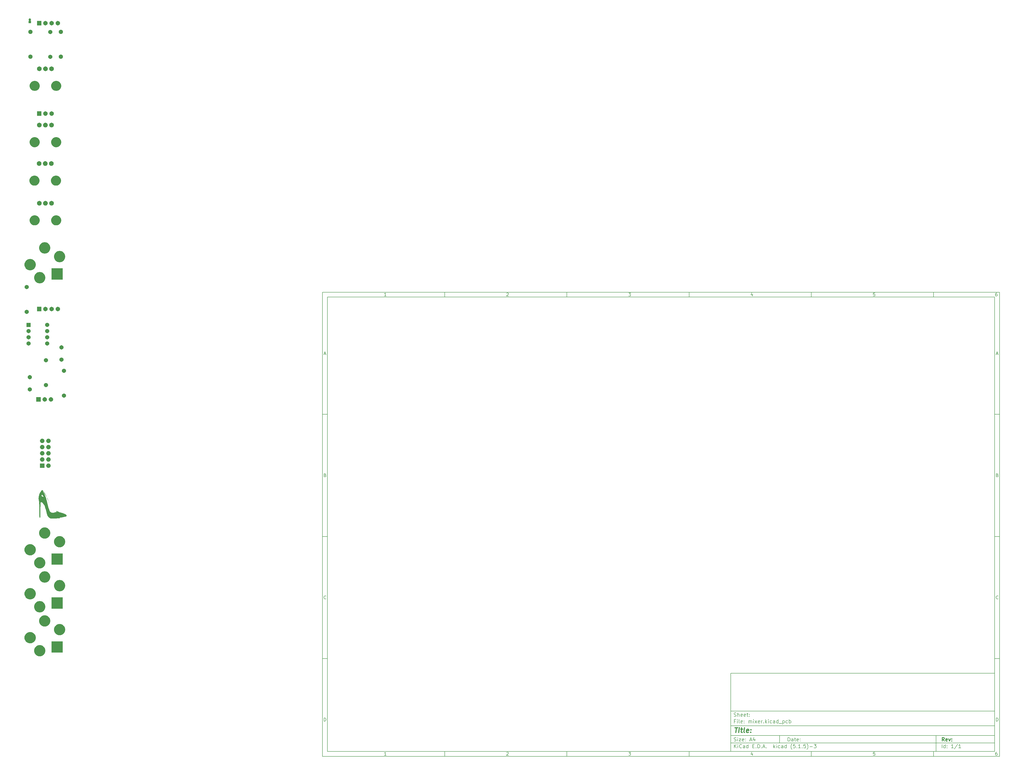
<source format=gbr>
G04 #@! TF.GenerationSoftware,KiCad,Pcbnew,(5.1.5)-3*
G04 #@! TF.CreationDate,2020-05-25T14:27:37+01:00*
G04 #@! TF.ProjectId,mixer,6d697865-722e-46b6-9963-61645f706362,rev?*
G04 #@! TF.SameCoordinates,Original*
G04 #@! TF.FileFunction,Soldermask,Bot*
G04 #@! TF.FilePolarity,Negative*
%FSLAX46Y46*%
G04 Gerber Fmt 4.6, Leading zero omitted, Abs format (unit mm)*
G04 Created by KiCad (PCBNEW (5.1.5)-3) date 2020-05-25 14:27:37*
%MOMM*%
%LPD*%
G04 APERTURE LIST*
%ADD10C,0.100000*%
%ADD11C,0.150000*%
%ADD12C,0.300000*%
%ADD13C,0.400000*%
%ADD14C,0.010000*%
G04 APERTURE END LIST*
D10*
D11*
X177002200Y-166007200D02*
X177002200Y-198007200D01*
X285002200Y-198007200D01*
X285002200Y-166007200D01*
X177002200Y-166007200D01*
D10*
D11*
X10000000Y-10000000D02*
X10000000Y-200007200D01*
X287002200Y-200007200D01*
X287002200Y-10000000D01*
X10000000Y-10000000D01*
D10*
D11*
X12000000Y-12000000D02*
X12000000Y-198007200D01*
X285002200Y-198007200D01*
X285002200Y-12000000D01*
X12000000Y-12000000D01*
D10*
D11*
X60000000Y-12000000D02*
X60000000Y-10000000D01*
D10*
D11*
X110000000Y-12000000D02*
X110000000Y-10000000D01*
D10*
D11*
X160000000Y-12000000D02*
X160000000Y-10000000D01*
D10*
D11*
X210000000Y-12000000D02*
X210000000Y-10000000D01*
D10*
D11*
X260000000Y-12000000D02*
X260000000Y-10000000D01*
D10*
D11*
X36065476Y-11588095D02*
X35322619Y-11588095D01*
X35694047Y-11588095D02*
X35694047Y-10288095D01*
X35570238Y-10473809D01*
X35446428Y-10597619D01*
X35322619Y-10659523D01*
D10*
D11*
X85322619Y-10411904D02*
X85384523Y-10350000D01*
X85508333Y-10288095D01*
X85817857Y-10288095D01*
X85941666Y-10350000D01*
X86003571Y-10411904D01*
X86065476Y-10535714D01*
X86065476Y-10659523D01*
X86003571Y-10845238D01*
X85260714Y-11588095D01*
X86065476Y-11588095D01*
D10*
D11*
X135260714Y-10288095D02*
X136065476Y-10288095D01*
X135632142Y-10783333D01*
X135817857Y-10783333D01*
X135941666Y-10845238D01*
X136003571Y-10907142D01*
X136065476Y-11030952D01*
X136065476Y-11340476D01*
X136003571Y-11464285D01*
X135941666Y-11526190D01*
X135817857Y-11588095D01*
X135446428Y-11588095D01*
X135322619Y-11526190D01*
X135260714Y-11464285D01*
D10*
D11*
X185941666Y-10721428D02*
X185941666Y-11588095D01*
X185632142Y-10226190D02*
X185322619Y-11154761D01*
X186127380Y-11154761D01*
D10*
D11*
X236003571Y-10288095D02*
X235384523Y-10288095D01*
X235322619Y-10907142D01*
X235384523Y-10845238D01*
X235508333Y-10783333D01*
X235817857Y-10783333D01*
X235941666Y-10845238D01*
X236003571Y-10907142D01*
X236065476Y-11030952D01*
X236065476Y-11340476D01*
X236003571Y-11464285D01*
X235941666Y-11526190D01*
X235817857Y-11588095D01*
X235508333Y-11588095D01*
X235384523Y-11526190D01*
X235322619Y-11464285D01*
D10*
D11*
X285941666Y-10288095D02*
X285694047Y-10288095D01*
X285570238Y-10350000D01*
X285508333Y-10411904D01*
X285384523Y-10597619D01*
X285322619Y-10845238D01*
X285322619Y-11340476D01*
X285384523Y-11464285D01*
X285446428Y-11526190D01*
X285570238Y-11588095D01*
X285817857Y-11588095D01*
X285941666Y-11526190D01*
X286003571Y-11464285D01*
X286065476Y-11340476D01*
X286065476Y-11030952D01*
X286003571Y-10907142D01*
X285941666Y-10845238D01*
X285817857Y-10783333D01*
X285570238Y-10783333D01*
X285446428Y-10845238D01*
X285384523Y-10907142D01*
X285322619Y-11030952D01*
D10*
D11*
X60000000Y-198007200D02*
X60000000Y-200007200D01*
D10*
D11*
X110000000Y-198007200D02*
X110000000Y-200007200D01*
D10*
D11*
X160000000Y-198007200D02*
X160000000Y-200007200D01*
D10*
D11*
X210000000Y-198007200D02*
X210000000Y-200007200D01*
D10*
D11*
X260000000Y-198007200D02*
X260000000Y-200007200D01*
D10*
D11*
X36065476Y-199595295D02*
X35322619Y-199595295D01*
X35694047Y-199595295D02*
X35694047Y-198295295D01*
X35570238Y-198481009D01*
X35446428Y-198604819D01*
X35322619Y-198666723D01*
D10*
D11*
X85322619Y-198419104D02*
X85384523Y-198357200D01*
X85508333Y-198295295D01*
X85817857Y-198295295D01*
X85941666Y-198357200D01*
X86003571Y-198419104D01*
X86065476Y-198542914D01*
X86065476Y-198666723D01*
X86003571Y-198852438D01*
X85260714Y-199595295D01*
X86065476Y-199595295D01*
D10*
D11*
X135260714Y-198295295D02*
X136065476Y-198295295D01*
X135632142Y-198790533D01*
X135817857Y-198790533D01*
X135941666Y-198852438D01*
X136003571Y-198914342D01*
X136065476Y-199038152D01*
X136065476Y-199347676D01*
X136003571Y-199471485D01*
X135941666Y-199533390D01*
X135817857Y-199595295D01*
X135446428Y-199595295D01*
X135322619Y-199533390D01*
X135260714Y-199471485D01*
D10*
D11*
X185941666Y-198728628D02*
X185941666Y-199595295D01*
X185632142Y-198233390D02*
X185322619Y-199161961D01*
X186127380Y-199161961D01*
D10*
D11*
X236003571Y-198295295D02*
X235384523Y-198295295D01*
X235322619Y-198914342D01*
X235384523Y-198852438D01*
X235508333Y-198790533D01*
X235817857Y-198790533D01*
X235941666Y-198852438D01*
X236003571Y-198914342D01*
X236065476Y-199038152D01*
X236065476Y-199347676D01*
X236003571Y-199471485D01*
X235941666Y-199533390D01*
X235817857Y-199595295D01*
X235508333Y-199595295D01*
X235384523Y-199533390D01*
X235322619Y-199471485D01*
D10*
D11*
X285941666Y-198295295D02*
X285694047Y-198295295D01*
X285570238Y-198357200D01*
X285508333Y-198419104D01*
X285384523Y-198604819D01*
X285322619Y-198852438D01*
X285322619Y-199347676D01*
X285384523Y-199471485D01*
X285446428Y-199533390D01*
X285570238Y-199595295D01*
X285817857Y-199595295D01*
X285941666Y-199533390D01*
X286003571Y-199471485D01*
X286065476Y-199347676D01*
X286065476Y-199038152D01*
X286003571Y-198914342D01*
X285941666Y-198852438D01*
X285817857Y-198790533D01*
X285570238Y-198790533D01*
X285446428Y-198852438D01*
X285384523Y-198914342D01*
X285322619Y-199038152D01*
D10*
D11*
X10000000Y-60000000D02*
X12000000Y-60000000D01*
D10*
D11*
X10000000Y-110000000D02*
X12000000Y-110000000D01*
D10*
D11*
X10000000Y-160000000D02*
X12000000Y-160000000D01*
D10*
D11*
X10690476Y-35216666D02*
X11309523Y-35216666D01*
X10566666Y-35588095D02*
X11000000Y-34288095D01*
X11433333Y-35588095D01*
D10*
D11*
X11092857Y-84907142D02*
X11278571Y-84969047D01*
X11340476Y-85030952D01*
X11402380Y-85154761D01*
X11402380Y-85340476D01*
X11340476Y-85464285D01*
X11278571Y-85526190D01*
X11154761Y-85588095D01*
X10659523Y-85588095D01*
X10659523Y-84288095D01*
X11092857Y-84288095D01*
X11216666Y-84350000D01*
X11278571Y-84411904D01*
X11340476Y-84535714D01*
X11340476Y-84659523D01*
X11278571Y-84783333D01*
X11216666Y-84845238D01*
X11092857Y-84907142D01*
X10659523Y-84907142D01*
D10*
D11*
X11402380Y-135464285D02*
X11340476Y-135526190D01*
X11154761Y-135588095D01*
X11030952Y-135588095D01*
X10845238Y-135526190D01*
X10721428Y-135402380D01*
X10659523Y-135278571D01*
X10597619Y-135030952D01*
X10597619Y-134845238D01*
X10659523Y-134597619D01*
X10721428Y-134473809D01*
X10845238Y-134350000D01*
X11030952Y-134288095D01*
X11154761Y-134288095D01*
X11340476Y-134350000D01*
X11402380Y-134411904D01*
D10*
D11*
X10659523Y-185588095D02*
X10659523Y-184288095D01*
X10969047Y-184288095D01*
X11154761Y-184350000D01*
X11278571Y-184473809D01*
X11340476Y-184597619D01*
X11402380Y-184845238D01*
X11402380Y-185030952D01*
X11340476Y-185278571D01*
X11278571Y-185402380D01*
X11154761Y-185526190D01*
X10969047Y-185588095D01*
X10659523Y-185588095D01*
D10*
D11*
X287002200Y-60000000D02*
X285002200Y-60000000D01*
D10*
D11*
X287002200Y-110000000D02*
X285002200Y-110000000D01*
D10*
D11*
X287002200Y-160000000D02*
X285002200Y-160000000D01*
D10*
D11*
X285692676Y-35216666D02*
X286311723Y-35216666D01*
X285568866Y-35588095D02*
X286002200Y-34288095D01*
X286435533Y-35588095D01*
D10*
D11*
X286095057Y-84907142D02*
X286280771Y-84969047D01*
X286342676Y-85030952D01*
X286404580Y-85154761D01*
X286404580Y-85340476D01*
X286342676Y-85464285D01*
X286280771Y-85526190D01*
X286156961Y-85588095D01*
X285661723Y-85588095D01*
X285661723Y-84288095D01*
X286095057Y-84288095D01*
X286218866Y-84350000D01*
X286280771Y-84411904D01*
X286342676Y-84535714D01*
X286342676Y-84659523D01*
X286280771Y-84783333D01*
X286218866Y-84845238D01*
X286095057Y-84907142D01*
X285661723Y-84907142D01*
D10*
D11*
X286404580Y-135464285D02*
X286342676Y-135526190D01*
X286156961Y-135588095D01*
X286033152Y-135588095D01*
X285847438Y-135526190D01*
X285723628Y-135402380D01*
X285661723Y-135278571D01*
X285599819Y-135030952D01*
X285599819Y-134845238D01*
X285661723Y-134597619D01*
X285723628Y-134473809D01*
X285847438Y-134350000D01*
X286033152Y-134288095D01*
X286156961Y-134288095D01*
X286342676Y-134350000D01*
X286404580Y-134411904D01*
D10*
D11*
X285661723Y-185588095D02*
X285661723Y-184288095D01*
X285971247Y-184288095D01*
X286156961Y-184350000D01*
X286280771Y-184473809D01*
X286342676Y-184597619D01*
X286404580Y-184845238D01*
X286404580Y-185030952D01*
X286342676Y-185278571D01*
X286280771Y-185402380D01*
X286156961Y-185526190D01*
X285971247Y-185588095D01*
X285661723Y-185588095D01*
D10*
D11*
X200434342Y-193785771D02*
X200434342Y-192285771D01*
X200791485Y-192285771D01*
X201005771Y-192357200D01*
X201148628Y-192500057D01*
X201220057Y-192642914D01*
X201291485Y-192928628D01*
X201291485Y-193142914D01*
X201220057Y-193428628D01*
X201148628Y-193571485D01*
X201005771Y-193714342D01*
X200791485Y-193785771D01*
X200434342Y-193785771D01*
X202577200Y-193785771D02*
X202577200Y-193000057D01*
X202505771Y-192857200D01*
X202362914Y-192785771D01*
X202077200Y-192785771D01*
X201934342Y-192857200D01*
X202577200Y-193714342D02*
X202434342Y-193785771D01*
X202077200Y-193785771D01*
X201934342Y-193714342D01*
X201862914Y-193571485D01*
X201862914Y-193428628D01*
X201934342Y-193285771D01*
X202077200Y-193214342D01*
X202434342Y-193214342D01*
X202577200Y-193142914D01*
X203077200Y-192785771D02*
X203648628Y-192785771D01*
X203291485Y-192285771D02*
X203291485Y-193571485D01*
X203362914Y-193714342D01*
X203505771Y-193785771D01*
X203648628Y-193785771D01*
X204720057Y-193714342D02*
X204577200Y-193785771D01*
X204291485Y-193785771D01*
X204148628Y-193714342D01*
X204077200Y-193571485D01*
X204077200Y-193000057D01*
X204148628Y-192857200D01*
X204291485Y-192785771D01*
X204577200Y-192785771D01*
X204720057Y-192857200D01*
X204791485Y-193000057D01*
X204791485Y-193142914D01*
X204077200Y-193285771D01*
X205434342Y-193642914D02*
X205505771Y-193714342D01*
X205434342Y-193785771D01*
X205362914Y-193714342D01*
X205434342Y-193642914D01*
X205434342Y-193785771D01*
X205434342Y-192857200D02*
X205505771Y-192928628D01*
X205434342Y-193000057D01*
X205362914Y-192928628D01*
X205434342Y-192857200D01*
X205434342Y-193000057D01*
D10*
D11*
X177002200Y-194507200D02*
X285002200Y-194507200D01*
D10*
D11*
X178434342Y-196585771D02*
X178434342Y-195085771D01*
X179291485Y-196585771D02*
X178648628Y-195728628D01*
X179291485Y-195085771D02*
X178434342Y-195942914D01*
X179934342Y-196585771D02*
X179934342Y-195585771D01*
X179934342Y-195085771D02*
X179862914Y-195157200D01*
X179934342Y-195228628D01*
X180005771Y-195157200D01*
X179934342Y-195085771D01*
X179934342Y-195228628D01*
X181505771Y-196442914D02*
X181434342Y-196514342D01*
X181220057Y-196585771D01*
X181077200Y-196585771D01*
X180862914Y-196514342D01*
X180720057Y-196371485D01*
X180648628Y-196228628D01*
X180577200Y-195942914D01*
X180577200Y-195728628D01*
X180648628Y-195442914D01*
X180720057Y-195300057D01*
X180862914Y-195157200D01*
X181077200Y-195085771D01*
X181220057Y-195085771D01*
X181434342Y-195157200D01*
X181505771Y-195228628D01*
X182791485Y-196585771D02*
X182791485Y-195800057D01*
X182720057Y-195657200D01*
X182577200Y-195585771D01*
X182291485Y-195585771D01*
X182148628Y-195657200D01*
X182791485Y-196514342D02*
X182648628Y-196585771D01*
X182291485Y-196585771D01*
X182148628Y-196514342D01*
X182077200Y-196371485D01*
X182077200Y-196228628D01*
X182148628Y-196085771D01*
X182291485Y-196014342D01*
X182648628Y-196014342D01*
X182791485Y-195942914D01*
X184148628Y-196585771D02*
X184148628Y-195085771D01*
X184148628Y-196514342D02*
X184005771Y-196585771D01*
X183720057Y-196585771D01*
X183577200Y-196514342D01*
X183505771Y-196442914D01*
X183434342Y-196300057D01*
X183434342Y-195871485D01*
X183505771Y-195728628D01*
X183577200Y-195657200D01*
X183720057Y-195585771D01*
X184005771Y-195585771D01*
X184148628Y-195657200D01*
X186005771Y-195800057D02*
X186505771Y-195800057D01*
X186720057Y-196585771D02*
X186005771Y-196585771D01*
X186005771Y-195085771D01*
X186720057Y-195085771D01*
X187362914Y-196442914D02*
X187434342Y-196514342D01*
X187362914Y-196585771D01*
X187291485Y-196514342D01*
X187362914Y-196442914D01*
X187362914Y-196585771D01*
X188077200Y-196585771D02*
X188077200Y-195085771D01*
X188434342Y-195085771D01*
X188648628Y-195157200D01*
X188791485Y-195300057D01*
X188862914Y-195442914D01*
X188934342Y-195728628D01*
X188934342Y-195942914D01*
X188862914Y-196228628D01*
X188791485Y-196371485D01*
X188648628Y-196514342D01*
X188434342Y-196585771D01*
X188077200Y-196585771D01*
X189577200Y-196442914D02*
X189648628Y-196514342D01*
X189577200Y-196585771D01*
X189505771Y-196514342D01*
X189577200Y-196442914D01*
X189577200Y-196585771D01*
X190220057Y-196157200D02*
X190934342Y-196157200D01*
X190077200Y-196585771D02*
X190577200Y-195085771D01*
X191077200Y-196585771D01*
X191577200Y-196442914D02*
X191648628Y-196514342D01*
X191577200Y-196585771D01*
X191505771Y-196514342D01*
X191577200Y-196442914D01*
X191577200Y-196585771D01*
X194577200Y-196585771D02*
X194577200Y-195085771D01*
X194720057Y-196014342D02*
X195148628Y-196585771D01*
X195148628Y-195585771D02*
X194577200Y-196157200D01*
X195791485Y-196585771D02*
X195791485Y-195585771D01*
X195791485Y-195085771D02*
X195720057Y-195157200D01*
X195791485Y-195228628D01*
X195862914Y-195157200D01*
X195791485Y-195085771D01*
X195791485Y-195228628D01*
X197148628Y-196514342D02*
X197005771Y-196585771D01*
X196720057Y-196585771D01*
X196577200Y-196514342D01*
X196505771Y-196442914D01*
X196434342Y-196300057D01*
X196434342Y-195871485D01*
X196505771Y-195728628D01*
X196577200Y-195657200D01*
X196720057Y-195585771D01*
X197005771Y-195585771D01*
X197148628Y-195657200D01*
X198434342Y-196585771D02*
X198434342Y-195800057D01*
X198362914Y-195657200D01*
X198220057Y-195585771D01*
X197934342Y-195585771D01*
X197791485Y-195657200D01*
X198434342Y-196514342D02*
X198291485Y-196585771D01*
X197934342Y-196585771D01*
X197791485Y-196514342D01*
X197720057Y-196371485D01*
X197720057Y-196228628D01*
X197791485Y-196085771D01*
X197934342Y-196014342D01*
X198291485Y-196014342D01*
X198434342Y-195942914D01*
X199791485Y-196585771D02*
X199791485Y-195085771D01*
X199791485Y-196514342D02*
X199648628Y-196585771D01*
X199362914Y-196585771D01*
X199220057Y-196514342D01*
X199148628Y-196442914D01*
X199077200Y-196300057D01*
X199077200Y-195871485D01*
X199148628Y-195728628D01*
X199220057Y-195657200D01*
X199362914Y-195585771D01*
X199648628Y-195585771D01*
X199791485Y-195657200D01*
X202077200Y-197157200D02*
X202005771Y-197085771D01*
X201862914Y-196871485D01*
X201791485Y-196728628D01*
X201720057Y-196514342D01*
X201648628Y-196157200D01*
X201648628Y-195871485D01*
X201720057Y-195514342D01*
X201791485Y-195300057D01*
X201862914Y-195157200D01*
X202005771Y-194942914D01*
X202077200Y-194871485D01*
X203362914Y-195085771D02*
X202648628Y-195085771D01*
X202577200Y-195800057D01*
X202648628Y-195728628D01*
X202791485Y-195657200D01*
X203148628Y-195657200D01*
X203291485Y-195728628D01*
X203362914Y-195800057D01*
X203434342Y-195942914D01*
X203434342Y-196300057D01*
X203362914Y-196442914D01*
X203291485Y-196514342D01*
X203148628Y-196585771D01*
X202791485Y-196585771D01*
X202648628Y-196514342D01*
X202577200Y-196442914D01*
X204077200Y-196442914D02*
X204148628Y-196514342D01*
X204077200Y-196585771D01*
X204005771Y-196514342D01*
X204077200Y-196442914D01*
X204077200Y-196585771D01*
X205577200Y-196585771D02*
X204720057Y-196585771D01*
X205148628Y-196585771D02*
X205148628Y-195085771D01*
X205005771Y-195300057D01*
X204862914Y-195442914D01*
X204720057Y-195514342D01*
X206220057Y-196442914D02*
X206291485Y-196514342D01*
X206220057Y-196585771D01*
X206148628Y-196514342D01*
X206220057Y-196442914D01*
X206220057Y-196585771D01*
X207648628Y-195085771D02*
X206934342Y-195085771D01*
X206862914Y-195800057D01*
X206934342Y-195728628D01*
X207077200Y-195657200D01*
X207434342Y-195657200D01*
X207577200Y-195728628D01*
X207648628Y-195800057D01*
X207720057Y-195942914D01*
X207720057Y-196300057D01*
X207648628Y-196442914D01*
X207577200Y-196514342D01*
X207434342Y-196585771D01*
X207077200Y-196585771D01*
X206934342Y-196514342D01*
X206862914Y-196442914D01*
X208220057Y-197157200D02*
X208291485Y-197085771D01*
X208434342Y-196871485D01*
X208505771Y-196728628D01*
X208577200Y-196514342D01*
X208648628Y-196157200D01*
X208648628Y-195871485D01*
X208577200Y-195514342D01*
X208505771Y-195300057D01*
X208434342Y-195157200D01*
X208291485Y-194942914D01*
X208220057Y-194871485D01*
X209362914Y-196014342D02*
X210505771Y-196014342D01*
X211077200Y-195085771D02*
X212005771Y-195085771D01*
X211505771Y-195657200D01*
X211720057Y-195657200D01*
X211862914Y-195728628D01*
X211934342Y-195800057D01*
X212005771Y-195942914D01*
X212005771Y-196300057D01*
X211934342Y-196442914D01*
X211862914Y-196514342D01*
X211720057Y-196585771D01*
X211291485Y-196585771D01*
X211148628Y-196514342D01*
X211077200Y-196442914D01*
D10*
D11*
X177002200Y-191507200D02*
X285002200Y-191507200D01*
D10*
D12*
X264411485Y-193785771D02*
X263911485Y-193071485D01*
X263554342Y-193785771D02*
X263554342Y-192285771D01*
X264125771Y-192285771D01*
X264268628Y-192357200D01*
X264340057Y-192428628D01*
X264411485Y-192571485D01*
X264411485Y-192785771D01*
X264340057Y-192928628D01*
X264268628Y-193000057D01*
X264125771Y-193071485D01*
X263554342Y-193071485D01*
X265625771Y-193714342D02*
X265482914Y-193785771D01*
X265197200Y-193785771D01*
X265054342Y-193714342D01*
X264982914Y-193571485D01*
X264982914Y-193000057D01*
X265054342Y-192857200D01*
X265197200Y-192785771D01*
X265482914Y-192785771D01*
X265625771Y-192857200D01*
X265697200Y-193000057D01*
X265697200Y-193142914D01*
X264982914Y-193285771D01*
X266197200Y-192785771D02*
X266554342Y-193785771D01*
X266911485Y-192785771D01*
X267482914Y-193642914D02*
X267554342Y-193714342D01*
X267482914Y-193785771D01*
X267411485Y-193714342D01*
X267482914Y-193642914D01*
X267482914Y-193785771D01*
X267482914Y-192857200D02*
X267554342Y-192928628D01*
X267482914Y-193000057D01*
X267411485Y-192928628D01*
X267482914Y-192857200D01*
X267482914Y-193000057D01*
D10*
D11*
X178362914Y-193714342D02*
X178577200Y-193785771D01*
X178934342Y-193785771D01*
X179077200Y-193714342D01*
X179148628Y-193642914D01*
X179220057Y-193500057D01*
X179220057Y-193357200D01*
X179148628Y-193214342D01*
X179077200Y-193142914D01*
X178934342Y-193071485D01*
X178648628Y-193000057D01*
X178505771Y-192928628D01*
X178434342Y-192857200D01*
X178362914Y-192714342D01*
X178362914Y-192571485D01*
X178434342Y-192428628D01*
X178505771Y-192357200D01*
X178648628Y-192285771D01*
X179005771Y-192285771D01*
X179220057Y-192357200D01*
X179862914Y-193785771D02*
X179862914Y-192785771D01*
X179862914Y-192285771D02*
X179791485Y-192357200D01*
X179862914Y-192428628D01*
X179934342Y-192357200D01*
X179862914Y-192285771D01*
X179862914Y-192428628D01*
X180434342Y-192785771D02*
X181220057Y-192785771D01*
X180434342Y-193785771D01*
X181220057Y-193785771D01*
X182362914Y-193714342D02*
X182220057Y-193785771D01*
X181934342Y-193785771D01*
X181791485Y-193714342D01*
X181720057Y-193571485D01*
X181720057Y-193000057D01*
X181791485Y-192857200D01*
X181934342Y-192785771D01*
X182220057Y-192785771D01*
X182362914Y-192857200D01*
X182434342Y-193000057D01*
X182434342Y-193142914D01*
X181720057Y-193285771D01*
X183077200Y-193642914D02*
X183148628Y-193714342D01*
X183077200Y-193785771D01*
X183005771Y-193714342D01*
X183077200Y-193642914D01*
X183077200Y-193785771D01*
X183077200Y-192857200D02*
X183148628Y-192928628D01*
X183077200Y-193000057D01*
X183005771Y-192928628D01*
X183077200Y-192857200D01*
X183077200Y-193000057D01*
X184862914Y-193357200D02*
X185577200Y-193357200D01*
X184720057Y-193785771D02*
X185220057Y-192285771D01*
X185720057Y-193785771D01*
X186862914Y-192785771D02*
X186862914Y-193785771D01*
X186505771Y-192214342D02*
X186148628Y-193285771D01*
X187077200Y-193285771D01*
D10*
D11*
X263434342Y-196585771D02*
X263434342Y-195085771D01*
X264791485Y-196585771D02*
X264791485Y-195085771D01*
X264791485Y-196514342D02*
X264648628Y-196585771D01*
X264362914Y-196585771D01*
X264220057Y-196514342D01*
X264148628Y-196442914D01*
X264077200Y-196300057D01*
X264077200Y-195871485D01*
X264148628Y-195728628D01*
X264220057Y-195657200D01*
X264362914Y-195585771D01*
X264648628Y-195585771D01*
X264791485Y-195657200D01*
X265505771Y-196442914D02*
X265577200Y-196514342D01*
X265505771Y-196585771D01*
X265434342Y-196514342D01*
X265505771Y-196442914D01*
X265505771Y-196585771D01*
X265505771Y-195657200D02*
X265577200Y-195728628D01*
X265505771Y-195800057D01*
X265434342Y-195728628D01*
X265505771Y-195657200D01*
X265505771Y-195800057D01*
X268148628Y-196585771D02*
X267291485Y-196585771D01*
X267720057Y-196585771D02*
X267720057Y-195085771D01*
X267577200Y-195300057D01*
X267434342Y-195442914D01*
X267291485Y-195514342D01*
X269862914Y-195014342D02*
X268577200Y-196942914D01*
X271148628Y-196585771D02*
X270291485Y-196585771D01*
X270720057Y-196585771D02*
X270720057Y-195085771D01*
X270577200Y-195300057D01*
X270434342Y-195442914D01*
X270291485Y-195514342D01*
D10*
D11*
X177002200Y-187507200D02*
X285002200Y-187507200D01*
D10*
D13*
X178714580Y-188211961D02*
X179857438Y-188211961D01*
X179036009Y-190211961D02*
X179286009Y-188211961D01*
X180274104Y-190211961D02*
X180440771Y-188878628D01*
X180524104Y-188211961D02*
X180416961Y-188307200D01*
X180500295Y-188402438D01*
X180607438Y-188307200D01*
X180524104Y-188211961D01*
X180500295Y-188402438D01*
X181107438Y-188878628D02*
X181869342Y-188878628D01*
X181476485Y-188211961D02*
X181262200Y-189926247D01*
X181333628Y-190116723D01*
X181512200Y-190211961D01*
X181702676Y-190211961D01*
X182655057Y-190211961D02*
X182476485Y-190116723D01*
X182405057Y-189926247D01*
X182619342Y-188211961D01*
X184190771Y-190116723D02*
X183988390Y-190211961D01*
X183607438Y-190211961D01*
X183428866Y-190116723D01*
X183357438Y-189926247D01*
X183452676Y-189164342D01*
X183571723Y-188973866D01*
X183774104Y-188878628D01*
X184155057Y-188878628D01*
X184333628Y-188973866D01*
X184405057Y-189164342D01*
X184381247Y-189354819D01*
X183405057Y-189545295D01*
X185155057Y-190021485D02*
X185238390Y-190116723D01*
X185131247Y-190211961D01*
X185047914Y-190116723D01*
X185155057Y-190021485D01*
X185131247Y-190211961D01*
X185286009Y-188973866D02*
X185369342Y-189069104D01*
X185262200Y-189164342D01*
X185178866Y-189069104D01*
X185286009Y-188973866D01*
X185262200Y-189164342D01*
D10*
D11*
X178934342Y-185600057D02*
X178434342Y-185600057D01*
X178434342Y-186385771D02*
X178434342Y-184885771D01*
X179148628Y-184885771D01*
X179720057Y-186385771D02*
X179720057Y-185385771D01*
X179720057Y-184885771D02*
X179648628Y-184957200D01*
X179720057Y-185028628D01*
X179791485Y-184957200D01*
X179720057Y-184885771D01*
X179720057Y-185028628D01*
X180648628Y-186385771D02*
X180505771Y-186314342D01*
X180434342Y-186171485D01*
X180434342Y-184885771D01*
X181791485Y-186314342D02*
X181648628Y-186385771D01*
X181362914Y-186385771D01*
X181220057Y-186314342D01*
X181148628Y-186171485D01*
X181148628Y-185600057D01*
X181220057Y-185457200D01*
X181362914Y-185385771D01*
X181648628Y-185385771D01*
X181791485Y-185457200D01*
X181862914Y-185600057D01*
X181862914Y-185742914D01*
X181148628Y-185885771D01*
X182505771Y-186242914D02*
X182577200Y-186314342D01*
X182505771Y-186385771D01*
X182434342Y-186314342D01*
X182505771Y-186242914D01*
X182505771Y-186385771D01*
X182505771Y-185457200D02*
X182577200Y-185528628D01*
X182505771Y-185600057D01*
X182434342Y-185528628D01*
X182505771Y-185457200D01*
X182505771Y-185600057D01*
X184362914Y-186385771D02*
X184362914Y-185385771D01*
X184362914Y-185528628D02*
X184434342Y-185457200D01*
X184577200Y-185385771D01*
X184791485Y-185385771D01*
X184934342Y-185457200D01*
X185005771Y-185600057D01*
X185005771Y-186385771D01*
X185005771Y-185600057D02*
X185077200Y-185457200D01*
X185220057Y-185385771D01*
X185434342Y-185385771D01*
X185577200Y-185457200D01*
X185648628Y-185600057D01*
X185648628Y-186385771D01*
X186362914Y-186385771D02*
X186362914Y-185385771D01*
X186362914Y-184885771D02*
X186291485Y-184957200D01*
X186362914Y-185028628D01*
X186434342Y-184957200D01*
X186362914Y-184885771D01*
X186362914Y-185028628D01*
X186934342Y-186385771D02*
X187720057Y-185385771D01*
X186934342Y-185385771D02*
X187720057Y-186385771D01*
X188862914Y-186314342D02*
X188720057Y-186385771D01*
X188434342Y-186385771D01*
X188291485Y-186314342D01*
X188220057Y-186171485D01*
X188220057Y-185600057D01*
X188291485Y-185457200D01*
X188434342Y-185385771D01*
X188720057Y-185385771D01*
X188862914Y-185457200D01*
X188934342Y-185600057D01*
X188934342Y-185742914D01*
X188220057Y-185885771D01*
X189577200Y-186385771D02*
X189577200Y-185385771D01*
X189577200Y-185671485D02*
X189648628Y-185528628D01*
X189720057Y-185457200D01*
X189862914Y-185385771D01*
X190005771Y-185385771D01*
X190505771Y-186242914D02*
X190577200Y-186314342D01*
X190505771Y-186385771D01*
X190434342Y-186314342D01*
X190505771Y-186242914D01*
X190505771Y-186385771D01*
X191220057Y-186385771D02*
X191220057Y-184885771D01*
X191362914Y-185814342D02*
X191791485Y-186385771D01*
X191791485Y-185385771D02*
X191220057Y-185957200D01*
X192434342Y-186385771D02*
X192434342Y-185385771D01*
X192434342Y-184885771D02*
X192362914Y-184957200D01*
X192434342Y-185028628D01*
X192505771Y-184957200D01*
X192434342Y-184885771D01*
X192434342Y-185028628D01*
X193791485Y-186314342D02*
X193648628Y-186385771D01*
X193362914Y-186385771D01*
X193220057Y-186314342D01*
X193148628Y-186242914D01*
X193077200Y-186100057D01*
X193077200Y-185671485D01*
X193148628Y-185528628D01*
X193220057Y-185457200D01*
X193362914Y-185385771D01*
X193648628Y-185385771D01*
X193791485Y-185457200D01*
X195077200Y-186385771D02*
X195077200Y-185600057D01*
X195005771Y-185457200D01*
X194862914Y-185385771D01*
X194577200Y-185385771D01*
X194434342Y-185457200D01*
X195077200Y-186314342D02*
X194934342Y-186385771D01*
X194577200Y-186385771D01*
X194434342Y-186314342D01*
X194362914Y-186171485D01*
X194362914Y-186028628D01*
X194434342Y-185885771D01*
X194577200Y-185814342D01*
X194934342Y-185814342D01*
X195077200Y-185742914D01*
X196434342Y-186385771D02*
X196434342Y-184885771D01*
X196434342Y-186314342D02*
X196291485Y-186385771D01*
X196005771Y-186385771D01*
X195862914Y-186314342D01*
X195791485Y-186242914D01*
X195720057Y-186100057D01*
X195720057Y-185671485D01*
X195791485Y-185528628D01*
X195862914Y-185457200D01*
X196005771Y-185385771D01*
X196291485Y-185385771D01*
X196434342Y-185457200D01*
X196791485Y-186528628D02*
X197934342Y-186528628D01*
X198291485Y-185385771D02*
X198291485Y-186885771D01*
X198291485Y-185457200D02*
X198434342Y-185385771D01*
X198720057Y-185385771D01*
X198862914Y-185457200D01*
X198934342Y-185528628D01*
X199005771Y-185671485D01*
X199005771Y-186100057D01*
X198934342Y-186242914D01*
X198862914Y-186314342D01*
X198720057Y-186385771D01*
X198434342Y-186385771D01*
X198291485Y-186314342D01*
X200291485Y-186314342D02*
X200148628Y-186385771D01*
X199862914Y-186385771D01*
X199720057Y-186314342D01*
X199648628Y-186242914D01*
X199577200Y-186100057D01*
X199577200Y-185671485D01*
X199648628Y-185528628D01*
X199720057Y-185457200D01*
X199862914Y-185385771D01*
X200148628Y-185385771D01*
X200291485Y-185457200D01*
X200934342Y-186385771D02*
X200934342Y-184885771D01*
X200934342Y-185457200D02*
X201077200Y-185385771D01*
X201362914Y-185385771D01*
X201505771Y-185457200D01*
X201577200Y-185528628D01*
X201648628Y-185671485D01*
X201648628Y-186100057D01*
X201577200Y-186242914D01*
X201505771Y-186314342D01*
X201362914Y-186385771D01*
X201077200Y-186385771D01*
X200934342Y-186314342D01*
D10*
D11*
X177002200Y-181507200D02*
X285002200Y-181507200D01*
D10*
D11*
X178362914Y-183614342D02*
X178577200Y-183685771D01*
X178934342Y-183685771D01*
X179077200Y-183614342D01*
X179148628Y-183542914D01*
X179220057Y-183400057D01*
X179220057Y-183257200D01*
X179148628Y-183114342D01*
X179077200Y-183042914D01*
X178934342Y-182971485D01*
X178648628Y-182900057D01*
X178505771Y-182828628D01*
X178434342Y-182757200D01*
X178362914Y-182614342D01*
X178362914Y-182471485D01*
X178434342Y-182328628D01*
X178505771Y-182257200D01*
X178648628Y-182185771D01*
X179005771Y-182185771D01*
X179220057Y-182257200D01*
X179862914Y-183685771D02*
X179862914Y-182185771D01*
X180505771Y-183685771D02*
X180505771Y-182900057D01*
X180434342Y-182757200D01*
X180291485Y-182685771D01*
X180077200Y-182685771D01*
X179934342Y-182757200D01*
X179862914Y-182828628D01*
X181791485Y-183614342D02*
X181648628Y-183685771D01*
X181362914Y-183685771D01*
X181220057Y-183614342D01*
X181148628Y-183471485D01*
X181148628Y-182900057D01*
X181220057Y-182757200D01*
X181362914Y-182685771D01*
X181648628Y-182685771D01*
X181791485Y-182757200D01*
X181862914Y-182900057D01*
X181862914Y-183042914D01*
X181148628Y-183185771D01*
X183077200Y-183614342D02*
X182934342Y-183685771D01*
X182648628Y-183685771D01*
X182505771Y-183614342D01*
X182434342Y-183471485D01*
X182434342Y-182900057D01*
X182505771Y-182757200D01*
X182648628Y-182685771D01*
X182934342Y-182685771D01*
X183077200Y-182757200D01*
X183148628Y-182900057D01*
X183148628Y-183042914D01*
X182434342Y-183185771D01*
X183577200Y-182685771D02*
X184148628Y-182685771D01*
X183791485Y-182185771D02*
X183791485Y-183471485D01*
X183862914Y-183614342D01*
X184005771Y-183685771D01*
X184148628Y-183685771D01*
X184648628Y-183542914D02*
X184720057Y-183614342D01*
X184648628Y-183685771D01*
X184577200Y-183614342D01*
X184648628Y-183542914D01*
X184648628Y-183685771D01*
X184648628Y-182757200D02*
X184720057Y-182828628D01*
X184648628Y-182900057D01*
X184577200Y-182828628D01*
X184648628Y-182757200D01*
X184648628Y-182900057D01*
D10*
D11*
X197002200Y-191507200D02*
X197002200Y-194507200D01*
D10*
D11*
X261002200Y-191507200D02*
X261002200Y-198007200D01*
D14*
G36*
X-104632868Y-91015615D02*
G01*
X-104469552Y-91171238D01*
X-104320878Y-91341030D01*
X-104148808Y-91548659D01*
X-104384193Y-91341030D01*
X-104503397Y-91237853D01*
X-104564611Y-91196495D01*
X-104564669Y-91229835D01*
X-104500405Y-91350750D01*
X-104368655Y-91572118D01*
X-104299132Y-91687079D01*
X-104074444Y-92082521D01*
X-103861793Y-92510426D01*
X-103656795Y-92983827D01*
X-103455066Y-93515754D01*
X-103252223Y-94119238D01*
X-103043881Y-94807309D01*
X-102825656Y-95592998D01*
X-102593164Y-96489336D01*
X-102346227Y-97491926D01*
X-102164651Y-98194192D01*
X-101986915Y-98782032D01*
X-101815265Y-99249149D01*
X-101651946Y-99589247D01*
X-101540005Y-99752838D01*
X-101431393Y-99857548D01*
X-101261733Y-99999158D01*
X-101177671Y-100064282D01*
X-101034702Y-100164538D01*
X-100905305Y-100224772D01*
X-100748015Y-100254449D01*
X-100521368Y-100263032D01*
X-100312548Y-100261724D01*
X-99998289Y-100249305D01*
X-99724845Y-100213902D01*
X-99440073Y-100145183D01*
X-99091832Y-100032812D01*
X-99006082Y-100002816D01*
X-98685957Y-99892570D01*
X-98467328Y-99826792D01*
X-98322411Y-99800487D01*
X-98223421Y-99808665D01*
X-98142573Y-99846330D01*
X-98140959Y-99847344D01*
X-97996574Y-99917705D01*
X-97770723Y-100006161D01*
X-97538768Y-100084951D01*
X-96864192Y-100298943D01*
X-96310234Y-100480000D01*
X-95864714Y-100634234D01*
X-95515452Y-100767757D01*
X-95250269Y-100886684D01*
X-95056986Y-100997127D01*
X-94923422Y-101105199D01*
X-94837397Y-101217013D01*
X-94786733Y-101338682D01*
X-94759250Y-101476319D01*
X-94758721Y-101480267D01*
X-94760031Y-101583277D01*
X-94816849Y-101656745D01*
X-94958380Y-101725221D01*
X-95116425Y-101780963D01*
X-95312974Y-101835209D01*
X-95614324Y-101903976D01*
X-95988485Y-101980620D01*
X-96403466Y-102058497D01*
X-96703332Y-102110558D01*
X-97095151Y-102177664D01*
X-97437678Y-102239211D01*
X-97708327Y-102290904D01*
X-97884512Y-102328452D01*
X-97943341Y-102346239D01*
X-97904776Y-102367441D01*
X-97767327Y-102379172D01*
X-97709486Y-102379995D01*
X-97547282Y-102393246D01*
X-97498280Y-102429073D01*
X-97507624Y-102442529D01*
X-97591696Y-102460470D01*
X-97791718Y-102478493D01*
X-98085222Y-102495995D01*
X-98449740Y-102512371D01*
X-98862805Y-102527015D01*
X-99301949Y-102539322D01*
X-99744703Y-102548688D01*
X-100168599Y-102554509D01*
X-100551171Y-102556179D01*
X-100869950Y-102553093D01*
X-101102468Y-102544647D01*
X-101154981Y-102540713D01*
X-101346610Y-102512533D01*
X-101465094Y-102474384D01*
X-101483727Y-102453809D01*
X-101540812Y-102390935D01*
X-101679348Y-102315843D01*
X-101690610Y-102311094D01*
X-101912914Y-102169547D01*
X-102150894Y-101939249D01*
X-102368871Y-101659987D01*
X-102529271Y-101375851D01*
X-102582891Y-101226085D01*
X-102663061Y-100964723D01*
X-102763341Y-100614599D01*
X-102877289Y-100198548D01*
X-102998468Y-99739405D01*
X-103074985Y-99440821D01*
X-103220816Y-98874986D01*
X-103344387Y-98421372D01*
X-103453153Y-98057008D01*
X-103554573Y-97758924D01*
X-103656101Y-97504148D01*
X-103765196Y-97269709D01*
X-103805651Y-97189944D01*
X-104045384Y-96779583D01*
X-104302960Y-96431905D01*
X-104564756Y-96157717D01*
X-104817147Y-95967827D01*
X-105046510Y-95873041D01*
X-105239221Y-95884166D01*
X-105349113Y-95965600D01*
X-105367416Y-96053092D01*
X-105386934Y-96262110D01*
X-105407121Y-96575775D01*
X-105427432Y-96977205D01*
X-105447319Y-97449519D01*
X-105466237Y-97975835D01*
X-105483638Y-98539272D01*
X-105498978Y-99122950D01*
X-105511708Y-99709988D01*
X-105521284Y-100283503D01*
X-105527158Y-100826615D01*
X-105528784Y-101322443D01*
X-105528159Y-101497570D01*
X-105527756Y-101825967D01*
X-105534150Y-102040225D01*
X-105551853Y-102164602D01*
X-105585380Y-102223361D01*
X-105639243Y-102240761D01*
X-105666579Y-102241575D01*
X-105703840Y-102238765D01*
X-105733990Y-102221487D01*
X-105757794Y-102176470D01*
X-105776018Y-102090440D01*
X-105789427Y-101950127D01*
X-105798786Y-101742258D01*
X-105804859Y-101453562D01*
X-105808413Y-101070766D01*
X-105810211Y-100580599D01*
X-105811020Y-99969788D01*
X-105811205Y-99732719D01*
X-105817711Y-98801148D01*
X-105835344Y-97931127D01*
X-105863413Y-97134213D01*
X-105901230Y-96421959D01*
X-105948103Y-95805918D01*
X-106003342Y-95297646D01*
X-106066257Y-94908695D01*
X-106110196Y-94727846D01*
X-106150031Y-94435008D01*
X-106134119Y-94051934D01*
X-106069472Y-93611762D01*
X-105963103Y-93147630D01*
X-105954774Y-93120769D01*
X-105001292Y-93120769D01*
X-105001256Y-93318395D01*
X-104889661Y-93504249D01*
X-104677198Y-93653166D01*
X-104554561Y-93700489D01*
X-104291123Y-93772804D01*
X-104144100Y-93791062D01*
X-104113700Y-93771319D01*
X-104153630Y-93636779D01*
X-104256170Y-93440594D01*
X-104395440Y-93227566D01*
X-104515726Y-93075332D01*
X-104654562Y-92924257D01*
X-104741379Y-92864672D01*
X-104813482Y-92882327D01*
X-104879078Y-92936539D01*
X-105001292Y-93120769D01*
X-105954774Y-93120769D01*
X-105822027Y-92692674D01*
X-105653255Y-92280033D01*
X-105550050Y-92081168D01*
X-105432929Y-91890701D01*
X-105281840Y-91664336D01*
X-105117366Y-91430430D01*
X-104960093Y-91217342D01*
X-104830605Y-91053428D01*
X-104749486Y-90967047D01*
X-104736468Y-90960376D01*
X-104632868Y-91015615D01*
G37*
X-104632868Y-91015615D02*
X-104469552Y-91171238D01*
X-104320878Y-91341030D01*
X-104148808Y-91548659D01*
X-104384193Y-91341030D01*
X-104503397Y-91237853D01*
X-104564611Y-91196495D01*
X-104564669Y-91229835D01*
X-104500405Y-91350750D01*
X-104368655Y-91572118D01*
X-104299132Y-91687079D01*
X-104074444Y-92082521D01*
X-103861793Y-92510426D01*
X-103656795Y-92983827D01*
X-103455066Y-93515754D01*
X-103252223Y-94119238D01*
X-103043881Y-94807309D01*
X-102825656Y-95592998D01*
X-102593164Y-96489336D01*
X-102346227Y-97491926D01*
X-102164651Y-98194192D01*
X-101986915Y-98782032D01*
X-101815265Y-99249149D01*
X-101651946Y-99589247D01*
X-101540005Y-99752838D01*
X-101431393Y-99857548D01*
X-101261733Y-99999158D01*
X-101177671Y-100064282D01*
X-101034702Y-100164538D01*
X-100905305Y-100224772D01*
X-100748015Y-100254449D01*
X-100521368Y-100263032D01*
X-100312548Y-100261724D01*
X-99998289Y-100249305D01*
X-99724845Y-100213902D01*
X-99440073Y-100145183D01*
X-99091832Y-100032812D01*
X-99006082Y-100002816D01*
X-98685957Y-99892570D01*
X-98467328Y-99826792D01*
X-98322411Y-99800487D01*
X-98223421Y-99808665D01*
X-98142573Y-99846330D01*
X-98140959Y-99847344D01*
X-97996574Y-99917705D01*
X-97770723Y-100006161D01*
X-97538768Y-100084951D01*
X-96864192Y-100298943D01*
X-96310234Y-100480000D01*
X-95864714Y-100634234D01*
X-95515452Y-100767757D01*
X-95250269Y-100886684D01*
X-95056986Y-100997127D01*
X-94923422Y-101105199D01*
X-94837397Y-101217013D01*
X-94786733Y-101338682D01*
X-94759250Y-101476319D01*
X-94758721Y-101480267D01*
X-94760031Y-101583277D01*
X-94816849Y-101656745D01*
X-94958380Y-101725221D01*
X-95116425Y-101780963D01*
X-95312974Y-101835209D01*
X-95614324Y-101903976D01*
X-95988485Y-101980620D01*
X-96403466Y-102058497D01*
X-96703332Y-102110558D01*
X-97095151Y-102177664D01*
X-97437678Y-102239211D01*
X-97708327Y-102290904D01*
X-97884512Y-102328452D01*
X-97943341Y-102346239D01*
X-97904776Y-102367441D01*
X-97767327Y-102379172D01*
X-97709486Y-102379995D01*
X-97547282Y-102393246D01*
X-97498280Y-102429073D01*
X-97507624Y-102442529D01*
X-97591696Y-102460470D01*
X-97791718Y-102478493D01*
X-98085222Y-102495995D01*
X-98449740Y-102512371D01*
X-98862805Y-102527015D01*
X-99301949Y-102539322D01*
X-99744703Y-102548688D01*
X-100168599Y-102554509D01*
X-100551171Y-102556179D01*
X-100869950Y-102553093D01*
X-101102468Y-102544647D01*
X-101154981Y-102540713D01*
X-101346610Y-102512533D01*
X-101465094Y-102474384D01*
X-101483727Y-102453809D01*
X-101540812Y-102390935D01*
X-101679348Y-102315843D01*
X-101690610Y-102311094D01*
X-101912914Y-102169547D01*
X-102150894Y-101939249D01*
X-102368871Y-101659987D01*
X-102529271Y-101375851D01*
X-102582891Y-101226085D01*
X-102663061Y-100964723D01*
X-102763341Y-100614599D01*
X-102877289Y-100198548D01*
X-102998468Y-99739405D01*
X-103074985Y-99440821D01*
X-103220816Y-98874986D01*
X-103344387Y-98421372D01*
X-103453153Y-98057008D01*
X-103554573Y-97758924D01*
X-103656101Y-97504148D01*
X-103765196Y-97269709D01*
X-103805651Y-97189944D01*
X-104045384Y-96779583D01*
X-104302960Y-96431905D01*
X-104564756Y-96157717D01*
X-104817147Y-95967827D01*
X-105046510Y-95873041D01*
X-105239221Y-95884166D01*
X-105349113Y-95965600D01*
X-105367416Y-96053092D01*
X-105386934Y-96262110D01*
X-105407121Y-96575775D01*
X-105427432Y-96977205D01*
X-105447319Y-97449519D01*
X-105466237Y-97975835D01*
X-105483638Y-98539272D01*
X-105498978Y-99122950D01*
X-105511708Y-99709988D01*
X-105521284Y-100283503D01*
X-105527158Y-100826615D01*
X-105528784Y-101322443D01*
X-105528159Y-101497570D01*
X-105527756Y-101825967D01*
X-105534150Y-102040225D01*
X-105551853Y-102164602D01*
X-105585380Y-102223361D01*
X-105639243Y-102240761D01*
X-105666579Y-102241575D01*
X-105703840Y-102238765D01*
X-105733990Y-102221487D01*
X-105757794Y-102176470D01*
X-105776018Y-102090440D01*
X-105789427Y-101950127D01*
X-105798786Y-101742258D01*
X-105804859Y-101453562D01*
X-105808413Y-101070766D01*
X-105810211Y-100580599D01*
X-105811020Y-99969788D01*
X-105811205Y-99732719D01*
X-105817711Y-98801148D01*
X-105835344Y-97931127D01*
X-105863413Y-97134213D01*
X-105901230Y-96421959D01*
X-105948103Y-95805918D01*
X-106003342Y-95297646D01*
X-106066257Y-94908695D01*
X-106110196Y-94727846D01*
X-106150031Y-94435008D01*
X-106134119Y-94051934D01*
X-106069472Y-93611762D01*
X-105963103Y-93147630D01*
X-105954774Y-93120769D01*
X-105001292Y-93120769D01*
X-105001256Y-93318395D01*
X-104889661Y-93504249D01*
X-104677198Y-93653166D01*
X-104554561Y-93700489D01*
X-104291123Y-93772804D01*
X-104144100Y-93791062D01*
X-104113700Y-93771319D01*
X-104153630Y-93636779D01*
X-104256170Y-93440594D01*
X-104395440Y-93227566D01*
X-104515726Y-93075332D01*
X-104654562Y-92924257D01*
X-104741379Y-92864672D01*
X-104813482Y-92882327D01*
X-104879078Y-92936539D01*
X-105001292Y-93120769D01*
X-105954774Y-93120769D01*
X-105822027Y-92692674D01*
X-105653255Y-92280033D01*
X-105550050Y-92081168D01*
X-105432929Y-91890701D01*
X-105281840Y-91664336D01*
X-105117366Y-91430430D01*
X-104960093Y-91217342D01*
X-104830605Y-91053428D01*
X-104749486Y-90967047D01*
X-104736468Y-90960376D01*
X-104632868Y-91015615D01*
G36*
X-98466591Y-99629369D02*
G01*
X-98457342Y-99630303D01*
X-98391852Y-99643136D01*
X-98451147Y-99652871D01*
X-98621600Y-99657813D01*
X-98680730Y-99658102D01*
X-98882767Y-99655052D01*
X-98982714Y-99646468D01*
X-98964270Y-99634050D01*
X-98941811Y-99630861D01*
X-98712942Y-99619242D01*
X-98466591Y-99629369D01*
G37*
X-98466591Y-99629369D02*
X-98457342Y-99630303D01*
X-98391852Y-99643136D01*
X-98451147Y-99652871D01*
X-98621600Y-99657813D01*
X-98680730Y-99658102D01*
X-98882767Y-99655052D01*
X-98982714Y-99646468D01*
X-98964270Y-99634050D01*
X-98941811Y-99630861D01*
X-98712942Y-99619242D01*
X-98466591Y-99629369D01*
G36*
X-99961112Y-99576997D02*
G01*
X-99995717Y-99611602D01*
X-100030321Y-99576997D01*
X-99995717Y-99542392D01*
X-99961112Y-99576997D01*
G37*
X-99961112Y-99576997D02*
X-99995717Y-99611602D01*
X-100030321Y-99576997D01*
X-99995717Y-99542392D01*
X-99961112Y-99576997D01*
G36*
X-101968196Y-95839668D02*
G01*
X-102002801Y-95874273D01*
X-102037406Y-95839668D01*
X-102002801Y-95805063D01*
X-101968196Y-95839668D01*
G37*
X-101968196Y-95839668D02*
X-102002801Y-95874273D01*
X-102037406Y-95839668D01*
X-102002801Y-95805063D01*
X-101968196Y-95839668D01*
G36*
X-102175826Y-95285989D02*
G01*
X-102210430Y-95320594D01*
X-102245035Y-95285989D01*
X-102210430Y-95251384D01*
X-102175826Y-95285989D01*
G37*
X-102175826Y-95285989D02*
X-102210430Y-95320594D01*
X-102245035Y-95285989D01*
X-102210430Y-95251384D01*
X-102175826Y-95285989D01*
G36*
X-102245035Y-95147570D02*
G01*
X-102279640Y-95182174D01*
X-102314245Y-95147570D01*
X-102279640Y-95112965D01*
X-102245035Y-95147570D01*
G37*
X-102245035Y-95147570D02*
X-102279640Y-95182174D01*
X-102314245Y-95147570D01*
X-102279640Y-95112965D01*
X-102245035Y-95147570D01*
G36*
X-102337315Y-94928405D02*
G01*
X-102329032Y-95010541D01*
X-102337315Y-95020685D01*
X-102378460Y-95011185D01*
X-102383455Y-94974545D01*
X-102358132Y-94917578D01*
X-102337315Y-94928405D01*
G37*
X-102337315Y-94928405D02*
X-102329032Y-95010541D01*
X-102337315Y-95020685D01*
X-102378460Y-95011185D01*
X-102383455Y-94974545D01*
X-102358132Y-94917578D01*
X-102337315Y-94928405D01*
G36*
X-102383455Y-94801521D02*
G01*
X-102418060Y-94836125D01*
X-102452665Y-94801521D01*
X-102418060Y-94766916D01*
X-102383455Y-94801521D01*
G37*
X-102383455Y-94801521D02*
X-102418060Y-94836125D01*
X-102452665Y-94801521D01*
X-102418060Y-94766916D01*
X-102383455Y-94801521D01*
G36*
X-102452665Y-94663101D02*
G01*
X-102487270Y-94697706D01*
X-102521875Y-94663101D01*
X-102487270Y-94628496D01*
X-102452665Y-94663101D01*
G37*
X-102452665Y-94663101D02*
X-102487270Y-94697706D01*
X-102521875Y-94663101D01*
X-102487270Y-94628496D01*
X-102452665Y-94663101D01*
G36*
X-102544944Y-94443937D02*
G01*
X-102536661Y-94526072D01*
X-102544944Y-94536216D01*
X-102586090Y-94526716D01*
X-102591084Y-94490076D01*
X-102565762Y-94433109D01*
X-102544944Y-94443937D01*
G37*
X-102544944Y-94443937D02*
X-102536661Y-94526072D01*
X-102544944Y-94536216D01*
X-102586090Y-94526716D01*
X-102591084Y-94490076D01*
X-102565762Y-94433109D01*
X-102544944Y-94443937D01*
G36*
X-102591084Y-94317052D02*
G01*
X-102625689Y-94351657D01*
X-102660294Y-94317052D01*
X-102625689Y-94282447D01*
X-102591084Y-94317052D01*
G37*
X-102591084Y-94317052D02*
X-102625689Y-94351657D01*
X-102660294Y-94317052D01*
X-102625689Y-94282447D01*
X-102591084Y-94317052D01*
G36*
X-102660294Y-94178632D02*
G01*
X-102694899Y-94213237D01*
X-102729504Y-94178632D01*
X-102694899Y-94144027D01*
X-102660294Y-94178632D01*
G37*
X-102660294Y-94178632D02*
X-102694899Y-94213237D01*
X-102729504Y-94178632D01*
X-102694899Y-94144027D01*
X-102660294Y-94178632D01*
G36*
X-102937133Y-93555744D02*
G01*
X-102971738Y-93590349D01*
X-103006343Y-93555744D01*
X-102971738Y-93521139D01*
X-102937133Y-93555744D01*
G37*
X-102937133Y-93555744D02*
X-102971738Y-93590349D01*
X-103006343Y-93555744D01*
X-102971738Y-93521139D01*
X-102937133Y-93555744D01*
G36*
X-103006343Y-93417324D02*
G01*
X-103040948Y-93451929D01*
X-103075553Y-93417324D01*
X-103040948Y-93382719D01*
X-103006343Y-93417324D01*
G37*
X-103006343Y-93417324D02*
X-103040948Y-93451929D01*
X-103075553Y-93417324D01*
X-103040948Y-93382719D01*
X-103006343Y-93417324D01*
G36*
X-103075553Y-93278905D02*
G01*
X-103110158Y-93313510D01*
X-103144763Y-93278905D01*
X-103110158Y-93244300D01*
X-103075553Y-93278905D01*
G37*
X-103075553Y-93278905D02*
X-103110158Y-93313510D01*
X-103144763Y-93278905D01*
X-103110158Y-93244300D01*
X-103075553Y-93278905D01*
G36*
X-103144763Y-93140485D02*
G01*
X-103179368Y-93175090D01*
X-103213973Y-93140485D01*
X-103179368Y-93105880D01*
X-103144763Y-93140485D01*
G37*
X-103144763Y-93140485D02*
X-103179368Y-93175090D01*
X-103213973Y-93140485D01*
X-103179368Y-93105880D01*
X-103144763Y-93140485D01*
G36*
X-103213973Y-93002065D02*
G01*
X-103248578Y-93036670D01*
X-103283182Y-93002065D01*
X-103248578Y-92967461D01*
X-103213973Y-93002065D01*
G37*
X-103213973Y-93002065D02*
X-103248578Y-93036670D01*
X-103283182Y-93002065D01*
X-103248578Y-92967461D01*
X-103213973Y-93002065D01*
G36*
X-103901324Y-91914335D02*
G01*
X-103800177Y-92057530D01*
X-103668029Y-92260434D01*
X-103647768Y-92292665D01*
X-103478274Y-92564090D01*
X-103370626Y-92739313D01*
X-103313024Y-92839337D01*
X-103293668Y-92885162D01*
X-103300757Y-92897788D01*
X-103307499Y-92898251D01*
X-103357139Y-92844019D01*
X-103458286Y-92700825D01*
X-103590434Y-92497920D01*
X-103610695Y-92465689D01*
X-103780189Y-92194265D01*
X-103887837Y-92019041D01*
X-103945439Y-91919017D01*
X-103964795Y-91873193D01*
X-103957706Y-91860566D01*
X-103950964Y-91860104D01*
X-103901324Y-91914335D01*
G37*
X-103901324Y-91914335D02*
X-103800177Y-92057530D01*
X-103668029Y-92260434D01*
X-103647768Y-92292665D01*
X-103478274Y-92564090D01*
X-103370626Y-92739313D01*
X-103313024Y-92839337D01*
X-103293668Y-92885162D01*
X-103300757Y-92897788D01*
X-103307499Y-92898251D01*
X-103357139Y-92844019D01*
X-103458286Y-92700825D01*
X-103590434Y-92497920D01*
X-103610695Y-92465689D01*
X-103780189Y-92194265D01*
X-103887837Y-92019041D01*
X-103945439Y-91919017D01*
X-103964795Y-91873193D01*
X-103957706Y-91860566D01*
X-103950964Y-91860104D01*
X-103901324Y-91914335D01*
G36*
X-104124394Y-91611260D02*
G01*
X-104050677Y-91675597D01*
X-104044490Y-91691164D01*
X-104077336Y-91719610D01*
X-104145719Y-91655869D01*
X-104154914Y-91641781D01*
X-104163071Y-91594421D01*
X-104124394Y-91611260D01*
G37*
X-104124394Y-91611260D02*
X-104050677Y-91675597D01*
X-104044490Y-91691164D01*
X-104077336Y-91719610D01*
X-104145719Y-91655869D01*
X-104154914Y-91641781D01*
X-104163071Y-91594421D01*
X-104124394Y-91611260D01*
D10*
G36*
X-105213097Y-154501213D02*
G01*
X-104990823Y-154545426D01*
X-104572068Y-154718880D01*
X-104195198Y-154970696D01*
X-103874696Y-155291198D01*
X-103622880Y-155668068D01*
X-103449426Y-156086823D01*
X-103361000Y-156531371D01*
X-103361000Y-156984629D01*
X-103449426Y-157429177D01*
X-103622880Y-157847932D01*
X-103874696Y-158224802D01*
X-104195198Y-158545304D01*
X-104572068Y-158797120D01*
X-104990823Y-158970574D01*
X-105213097Y-159014787D01*
X-105435370Y-159059000D01*
X-105888630Y-159059000D01*
X-106110903Y-159014787D01*
X-106333177Y-158970574D01*
X-106751932Y-158797120D01*
X-107128802Y-158545304D01*
X-107449304Y-158224802D01*
X-107701120Y-157847932D01*
X-107874574Y-157429177D01*
X-107963000Y-156984629D01*
X-107963000Y-156531371D01*
X-107874574Y-156086823D01*
X-107701120Y-155668068D01*
X-107449304Y-155291198D01*
X-107128802Y-154970696D01*
X-106751932Y-154718880D01*
X-106333177Y-154545426D01*
X-106110903Y-154501213D01*
X-105888630Y-154457000D01*
X-105435370Y-154457000D01*
X-105213097Y-154501213D01*
G37*
G36*
X-96249000Y-157535000D02*
G01*
X-100851000Y-157535000D01*
X-100851000Y-152933000D01*
X-96249000Y-152933000D01*
X-96249000Y-157535000D01*
G37*
G36*
X-109150097Y-149167213D02*
G01*
X-108927823Y-149211426D01*
X-108509068Y-149384880D01*
X-108132198Y-149636696D01*
X-107811696Y-149957198D01*
X-107559880Y-150334068D01*
X-107386426Y-150752823D01*
X-107298000Y-151197371D01*
X-107298000Y-151650629D01*
X-107386426Y-152095177D01*
X-107559880Y-152513932D01*
X-107811696Y-152890802D01*
X-108132198Y-153211304D01*
X-108509068Y-153463120D01*
X-108927823Y-153636574D01*
X-109150097Y-153680787D01*
X-109372370Y-153725000D01*
X-109825630Y-153725000D01*
X-110047903Y-153680787D01*
X-110270177Y-153636574D01*
X-110688932Y-153463120D01*
X-111065802Y-153211304D01*
X-111386304Y-152890802D01*
X-111638120Y-152513932D01*
X-111811574Y-152095177D01*
X-111900000Y-151650629D01*
X-111900000Y-151197371D01*
X-111811574Y-150752823D01*
X-111638120Y-150334068D01*
X-111386304Y-149957198D01*
X-111065802Y-149636696D01*
X-110688932Y-149384880D01*
X-110270177Y-149211426D01*
X-110047903Y-149167213D01*
X-109825630Y-149123000D01*
X-109372370Y-149123000D01*
X-109150097Y-149167213D01*
G37*
G36*
X-97085097Y-145865213D02*
G01*
X-96862823Y-145909426D01*
X-96444068Y-146082880D01*
X-96067198Y-146334696D01*
X-95746696Y-146655198D01*
X-95494880Y-147032068D01*
X-95321426Y-147450823D01*
X-95233000Y-147895371D01*
X-95233000Y-148348629D01*
X-95321426Y-148793177D01*
X-95494880Y-149211932D01*
X-95746696Y-149588802D01*
X-96067198Y-149909304D01*
X-96444068Y-150161120D01*
X-96862823Y-150334574D01*
X-97085097Y-150378787D01*
X-97307370Y-150423000D01*
X-97760630Y-150423000D01*
X-97982903Y-150378787D01*
X-98205177Y-150334574D01*
X-98623932Y-150161120D01*
X-99000802Y-149909304D01*
X-99321304Y-149588802D01*
X-99573120Y-149211932D01*
X-99746574Y-148793177D01*
X-99835000Y-148348629D01*
X-99835000Y-147895371D01*
X-99746574Y-147450823D01*
X-99573120Y-147032068D01*
X-99321304Y-146655198D01*
X-99000802Y-146334696D01*
X-98623932Y-146082880D01*
X-98205177Y-145909426D01*
X-97982903Y-145865213D01*
X-97760630Y-145821000D01*
X-97307370Y-145821000D01*
X-97085097Y-145865213D01*
G37*
G36*
X-103181097Y-142309213D02*
G01*
X-102958823Y-142353426D01*
X-102540068Y-142526880D01*
X-102163198Y-142778696D01*
X-101842696Y-143099198D01*
X-101590880Y-143476068D01*
X-101417426Y-143894823D01*
X-101329000Y-144339371D01*
X-101329000Y-144792629D01*
X-101417426Y-145237177D01*
X-101590880Y-145655932D01*
X-101842696Y-146032802D01*
X-102163198Y-146353304D01*
X-102540068Y-146605120D01*
X-102958823Y-146778574D01*
X-103181097Y-146822787D01*
X-103403370Y-146867000D01*
X-103856630Y-146867000D01*
X-104078903Y-146822787D01*
X-104301177Y-146778574D01*
X-104719932Y-146605120D01*
X-105096802Y-146353304D01*
X-105417304Y-146032802D01*
X-105669120Y-145655932D01*
X-105842574Y-145237177D01*
X-105931000Y-144792629D01*
X-105931000Y-144339371D01*
X-105842574Y-143894823D01*
X-105669120Y-143476068D01*
X-105417304Y-143099198D01*
X-105096802Y-142778696D01*
X-104719932Y-142526880D01*
X-104301177Y-142353426D01*
X-104078903Y-142309213D01*
X-103856630Y-142265000D01*
X-103403370Y-142265000D01*
X-103181097Y-142309213D01*
G37*
G36*
X-105213097Y-136501213D02*
G01*
X-104990823Y-136545426D01*
X-104572068Y-136718880D01*
X-104195198Y-136970696D01*
X-103874696Y-137291198D01*
X-103622880Y-137668068D01*
X-103449426Y-138086823D01*
X-103361000Y-138531371D01*
X-103361000Y-138984629D01*
X-103449426Y-139429177D01*
X-103622880Y-139847932D01*
X-103874696Y-140224802D01*
X-104195198Y-140545304D01*
X-104572068Y-140797120D01*
X-104990823Y-140970574D01*
X-105213097Y-141014787D01*
X-105435370Y-141059000D01*
X-105888630Y-141059000D01*
X-106110903Y-141014787D01*
X-106333177Y-140970574D01*
X-106751932Y-140797120D01*
X-107128802Y-140545304D01*
X-107449304Y-140224802D01*
X-107701120Y-139847932D01*
X-107874574Y-139429177D01*
X-107963000Y-138984629D01*
X-107963000Y-138531371D01*
X-107874574Y-138086823D01*
X-107701120Y-137668068D01*
X-107449304Y-137291198D01*
X-107128802Y-136970696D01*
X-106751932Y-136718880D01*
X-106333177Y-136545426D01*
X-106110903Y-136501213D01*
X-105888630Y-136457000D01*
X-105435370Y-136457000D01*
X-105213097Y-136501213D01*
G37*
G36*
X-96249000Y-139535000D02*
G01*
X-100851000Y-139535000D01*
X-100851000Y-134933000D01*
X-96249000Y-134933000D01*
X-96249000Y-139535000D01*
G37*
G36*
X-109150097Y-131167213D02*
G01*
X-108927823Y-131211426D01*
X-108509068Y-131384880D01*
X-108132198Y-131636696D01*
X-107811696Y-131957198D01*
X-107559880Y-132334068D01*
X-107386426Y-132752823D01*
X-107298000Y-133197371D01*
X-107298000Y-133650629D01*
X-107386426Y-134095177D01*
X-107559880Y-134513932D01*
X-107811696Y-134890802D01*
X-108132198Y-135211304D01*
X-108509068Y-135463120D01*
X-108927823Y-135636574D01*
X-109150097Y-135680787D01*
X-109372370Y-135725000D01*
X-109825630Y-135725000D01*
X-110047903Y-135680787D01*
X-110270177Y-135636574D01*
X-110688932Y-135463120D01*
X-111065802Y-135211304D01*
X-111386304Y-134890802D01*
X-111638120Y-134513932D01*
X-111811574Y-134095177D01*
X-111900000Y-133650629D01*
X-111900000Y-133197371D01*
X-111811574Y-132752823D01*
X-111638120Y-132334068D01*
X-111386304Y-131957198D01*
X-111065802Y-131636696D01*
X-110688932Y-131384880D01*
X-110270177Y-131211426D01*
X-110047903Y-131167213D01*
X-109825630Y-131123000D01*
X-109372370Y-131123000D01*
X-109150097Y-131167213D01*
G37*
G36*
X-97085097Y-127865213D02*
G01*
X-96862823Y-127909426D01*
X-96444068Y-128082880D01*
X-96067198Y-128334696D01*
X-95746696Y-128655198D01*
X-95494880Y-129032068D01*
X-95321426Y-129450823D01*
X-95233000Y-129895371D01*
X-95233000Y-130348629D01*
X-95321426Y-130793177D01*
X-95494880Y-131211932D01*
X-95746696Y-131588802D01*
X-96067198Y-131909304D01*
X-96444068Y-132161120D01*
X-96862823Y-132334574D01*
X-97085097Y-132378787D01*
X-97307370Y-132423000D01*
X-97760630Y-132423000D01*
X-97982903Y-132378787D01*
X-98205177Y-132334574D01*
X-98623932Y-132161120D01*
X-99000802Y-131909304D01*
X-99321304Y-131588802D01*
X-99573120Y-131211932D01*
X-99746574Y-130793177D01*
X-99835000Y-130348629D01*
X-99835000Y-129895371D01*
X-99746574Y-129450823D01*
X-99573120Y-129032068D01*
X-99321304Y-128655198D01*
X-99000802Y-128334696D01*
X-98623932Y-128082880D01*
X-98205177Y-127909426D01*
X-97982903Y-127865213D01*
X-97760630Y-127821000D01*
X-97307370Y-127821000D01*
X-97085097Y-127865213D01*
G37*
G36*
X-103181097Y-124309213D02*
G01*
X-102958823Y-124353426D01*
X-102540068Y-124526880D01*
X-102163198Y-124778696D01*
X-101842696Y-125099198D01*
X-101590880Y-125476068D01*
X-101417426Y-125894823D01*
X-101329000Y-126339371D01*
X-101329000Y-126792629D01*
X-101417426Y-127237177D01*
X-101590880Y-127655932D01*
X-101842696Y-128032802D01*
X-102163198Y-128353304D01*
X-102540068Y-128605120D01*
X-102958823Y-128778574D01*
X-103181097Y-128822787D01*
X-103403370Y-128867000D01*
X-103856630Y-128867000D01*
X-104078903Y-128822787D01*
X-104301177Y-128778574D01*
X-104719932Y-128605120D01*
X-105096802Y-128353304D01*
X-105417304Y-128032802D01*
X-105669120Y-127655932D01*
X-105842574Y-127237177D01*
X-105931000Y-126792629D01*
X-105931000Y-126339371D01*
X-105842574Y-125894823D01*
X-105669120Y-125476068D01*
X-105417304Y-125099198D01*
X-105096802Y-124778696D01*
X-104719932Y-124526880D01*
X-104301177Y-124353426D01*
X-104078903Y-124309213D01*
X-103856630Y-124265000D01*
X-103403370Y-124265000D01*
X-103181097Y-124309213D01*
G37*
G36*
X-105213097Y-118501213D02*
G01*
X-104990823Y-118545426D01*
X-104572068Y-118718880D01*
X-104195198Y-118970696D01*
X-103874696Y-119291198D01*
X-103622880Y-119668068D01*
X-103449426Y-120086823D01*
X-103361000Y-120531371D01*
X-103361000Y-120984629D01*
X-103449426Y-121429177D01*
X-103622880Y-121847932D01*
X-103874696Y-122224802D01*
X-104195198Y-122545304D01*
X-104572068Y-122797120D01*
X-104990823Y-122970574D01*
X-105213097Y-123014787D01*
X-105435370Y-123059000D01*
X-105888630Y-123059000D01*
X-106110903Y-123014787D01*
X-106333177Y-122970574D01*
X-106751932Y-122797120D01*
X-107128802Y-122545304D01*
X-107449304Y-122224802D01*
X-107701120Y-121847932D01*
X-107874574Y-121429177D01*
X-107963000Y-120984629D01*
X-107963000Y-120531371D01*
X-107874574Y-120086823D01*
X-107701120Y-119668068D01*
X-107449304Y-119291198D01*
X-107128802Y-118970696D01*
X-106751932Y-118718880D01*
X-106333177Y-118545426D01*
X-106110903Y-118501213D01*
X-105888630Y-118457000D01*
X-105435370Y-118457000D01*
X-105213097Y-118501213D01*
G37*
G36*
X-96249000Y-121535000D02*
G01*
X-100851000Y-121535000D01*
X-100851000Y-116933000D01*
X-96249000Y-116933000D01*
X-96249000Y-121535000D01*
G37*
G36*
X-109150097Y-113167213D02*
G01*
X-108927823Y-113211426D01*
X-108509068Y-113384880D01*
X-108132198Y-113636696D01*
X-107811696Y-113957198D01*
X-107559880Y-114334068D01*
X-107386426Y-114752823D01*
X-107298000Y-115197371D01*
X-107298000Y-115650629D01*
X-107386426Y-116095177D01*
X-107559880Y-116513932D01*
X-107811696Y-116890802D01*
X-108132198Y-117211304D01*
X-108509068Y-117463120D01*
X-108927823Y-117636574D01*
X-109150097Y-117680787D01*
X-109372370Y-117725000D01*
X-109825630Y-117725000D01*
X-110047903Y-117680787D01*
X-110270177Y-117636574D01*
X-110688932Y-117463120D01*
X-111065802Y-117211304D01*
X-111386304Y-116890802D01*
X-111638120Y-116513932D01*
X-111811574Y-116095177D01*
X-111900000Y-115650629D01*
X-111900000Y-115197371D01*
X-111811574Y-114752823D01*
X-111638120Y-114334068D01*
X-111386304Y-113957198D01*
X-111065802Y-113636696D01*
X-110688932Y-113384880D01*
X-110270177Y-113211426D01*
X-110047903Y-113167213D01*
X-109825630Y-113123000D01*
X-109372370Y-113123000D01*
X-109150097Y-113167213D01*
G37*
G36*
X-97085097Y-109865213D02*
G01*
X-96862823Y-109909426D01*
X-96444068Y-110082880D01*
X-96067198Y-110334696D01*
X-95746696Y-110655198D01*
X-95494880Y-111032068D01*
X-95321426Y-111450823D01*
X-95233000Y-111895371D01*
X-95233000Y-112348629D01*
X-95321426Y-112793177D01*
X-95494880Y-113211932D01*
X-95746696Y-113588802D01*
X-96067198Y-113909304D01*
X-96444068Y-114161120D01*
X-96862823Y-114334574D01*
X-97085097Y-114378787D01*
X-97307370Y-114423000D01*
X-97760630Y-114423000D01*
X-97982903Y-114378787D01*
X-98205177Y-114334574D01*
X-98623932Y-114161120D01*
X-99000802Y-113909304D01*
X-99321304Y-113588802D01*
X-99573120Y-113211932D01*
X-99746574Y-112793177D01*
X-99835000Y-112348629D01*
X-99835000Y-111895371D01*
X-99746574Y-111450823D01*
X-99573120Y-111032068D01*
X-99321304Y-110655198D01*
X-99000802Y-110334696D01*
X-98623932Y-110082880D01*
X-98205177Y-109909426D01*
X-97982903Y-109865213D01*
X-97760630Y-109821000D01*
X-97307370Y-109821000D01*
X-97085097Y-109865213D01*
G37*
G36*
X-103181097Y-106309213D02*
G01*
X-102958823Y-106353426D01*
X-102540068Y-106526880D01*
X-102163198Y-106778696D01*
X-101842696Y-107099198D01*
X-101590880Y-107476068D01*
X-101417426Y-107894823D01*
X-101329000Y-108339371D01*
X-101329000Y-108792629D01*
X-101417426Y-109237177D01*
X-101590880Y-109655932D01*
X-101842696Y-110032802D01*
X-102163198Y-110353304D01*
X-102540068Y-110605120D01*
X-102958823Y-110778574D01*
X-103181097Y-110822787D01*
X-103403370Y-110867000D01*
X-103856630Y-110867000D01*
X-104078903Y-110822787D01*
X-104301177Y-110778574D01*
X-104719932Y-110605120D01*
X-105096802Y-110353304D01*
X-105417304Y-110032802D01*
X-105669120Y-109655932D01*
X-105842574Y-109237177D01*
X-105931000Y-108792629D01*
X-105931000Y-108339371D01*
X-105842574Y-107894823D01*
X-105669120Y-107476068D01*
X-105417304Y-107099198D01*
X-105096802Y-106778696D01*
X-104719932Y-106526880D01*
X-104301177Y-106353426D01*
X-104078903Y-106309213D01*
X-103856630Y-106265000D01*
X-103403370Y-106265000D01*
X-103181097Y-106309213D01*
G37*
G36*
X-103733400Y-81940600D02*
G01*
X-105562600Y-81940600D01*
X-105562600Y-80111400D01*
X-103733400Y-80111400D01*
X-103733400Y-81940600D01*
G37*
G36*
X-101841222Y-80146547D02*
G01*
X-101674776Y-80215491D01*
X-101524978Y-80315583D01*
X-101397583Y-80442978D01*
X-101297491Y-80592776D01*
X-101228547Y-80759222D01*
X-101193400Y-80935918D01*
X-101193400Y-81116082D01*
X-101228547Y-81292778D01*
X-101297491Y-81459224D01*
X-101397583Y-81609022D01*
X-101524978Y-81736417D01*
X-101674776Y-81836509D01*
X-101841222Y-81905453D01*
X-102017918Y-81940600D01*
X-102198082Y-81940600D01*
X-102374778Y-81905453D01*
X-102541224Y-81836509D01*
X-102691022Y-81736417D01*
X-102818417Y-81609022D01*
X-102918509Y-81459224D01*
X-102987453Y-81292778D01*
X-103022600Y-81116082D01*
X-103022600Y-80935918D01*
X-102987453Y-80759222D01*
X-102918509Y-80592776D01*
X-102818417Y-80442978D01*
X-102691022Y-80315583D01*
X-102541224Y-80215491D01*
X-102374778Y-80146547D01*
X-102198082Y-80111400D01*
X-102017918Y-80111400D01*
X-101841222Y-80146547D01*
G37*
G36*
X-104381222Y-77606547D02*
G01*
X-104214776Y-77675491D01*
X-104064978Y-77775583D01*
X-103937583Y-77902978D01*
X-103837491Y-78052776D01*
X-103768547Y-78219222D01*
X-103733400Y-78395918D01*
X-103733400Y-78576082D01*
X-103768547Y-78752778D01*
X-103837491Y-78919224D01*
X-103937583Y-79069022D01*
X-104064978Y-79196417D01*
X-104214776Y-79296509D01*
X-104381222Y-79365453D01*
X-104557918Y-79400600D01*
X-104738082Y-79400600D01*
X-104914778Y-79365453D01*
X-105081224Y-79296509D01*
X-105231022Y-79196417D01*
X-105358417Y-79069022D01*
X-105458509Y-78919224D01*
X-105527453Y-78752778D01*
X-105562600Y-78576082D01*
X-105562600Y-78395918D01*
X-105527453Y-78219222D01*
X-105458509Y-78052776D01*
X-105358417Y-77902978D01*
X-105231022Y-77775583D01*
X-105081224Y-77675491D01*
X-104914778Y-77606547D01*
X-104738082Y-77571400D01*
X-104557918Y-77571400D01*
X-104381222Y-77606547D01*
G37*
G36*
X-101841222Y-77606547D02*
G01*
X-101674776Y-77675491D01*
X-101524978Y-77775583D01*
X-101397583Y-77902978D01*
X-101297491Y-78052776D01*
X-101228547Y-78219222D01*
X-101193400Y-78395918D01*
X-101193400Y-78576082D01*
X-101228547Y-78752778D01*
X-101297491Y-78919224D01*
X-101397583Y-79069022D01*
X-101524978Y-79196417D01*
X-101674776Y-79296509D01*
X-101841222Y-79365453D01*
X-102017918Y-79400600D01*
X-102198082Y-79400600D01*
X-102374778Y-79365453D01*
X-102541224Y-79296509D01*
X-102691022Y-79196417D01*
X-102818417Y-79069022D01*
X-102918509Y-78919224D01*
X-102987453Y-78752778D01*
X-103022600Y-78576082D01*
X-103022600Y-78395918D01*
X-102987453Y-78219222D01*
X-102918509Y-78052776D01*
X-102818417Y-77902978D01*
X-102691022Y-77775583D01*
X-102541224Y-77675491D01*
X-102374778Y-77606547D01*
X-102198082Y-77571400D01*
X-102017918Y-77571400D01*
X-101841222Y-77606547D01*
G37*
G36*
X-101841222Y-75066547D02*
G01*
X-101674776Y-75135491D01*
X-101524978Y-75235583D01*
X-101397583Y-75362978D01*
X-101297491Y-75512776D01*
X-101228547Y-75679222D01*
X-101193400Y-75855918D01*
X-101193400Y-76036082D01*
X-101228547Y-76212778D01*
X-101297491Y-76379224D01*
X-101397583Y-76529022D01*
X-101524978Y-76656417D01*
X-101674776Y-76756509D01*
X-101841222Y-76825453D01*
X-102017918Y-76860600D01*
X-102198082Y-76860600D01*
X-102374778Y-76825453D01*
X-102541224Y-76756509D01*
X-102691022Y-76656417D01*
X-102818417Y-76529022D01*
X-102918509Y-76379224D01*
X-102987453Y-76212778D01*
X-103022600Y-76036082D01*
X-103022600Y-75855918D01*
X-102987453Y-75679222D01*
X-102918509Y-75512776D01*
X-102818417Y-75362978D01*
X-102691022Y-75235583D01*
X-102541224Y-75135491D01*
X-102374778Y-75066547D01*
X-102198082Y-75031400D01*
X-102017918Y-75031400D01*
X-101841222Y-75066547D01*
G37*
G36*
X-104381222Y-75066547D02*
G01*
X-104214776Y-75135491D01*
X-104064978Y-75235583D01*
X-103937583Y-75362978D01*
X-103837491Y-75512776D01*
X-103768547Y-75679222D01*
X-103733400Y-75855918D01*
X-103733400Y-76036082D01*
X-103768547Y-76212778D01*
X-103837491Y-76379224D01*
X-103937583Y-76529022D01*
X-104064978Y-76656417D01*
X-104214776Y-76756509D01*
X-104381222Y-76825453D01*
X-104557918Y-76860600D01*
X-104738082Y-76860600D01*
X-104914778Y-76825453D01*
X-105081224Y-76756509D01*
X-105231022Y-76656417D01*
X-105358417Y-76529022D01*
X-105458509Y-76379224D01*
X-105527453Y-76212778D01*
X-105562600Y-76036082D01*
X-105562600Y-75855918D01*
X-105527453Y-75679222D01*
X-105458509Y-75512776D01*
X-105358417Y-75362978D01*
X-105231022Y-75235583D01*
X-105081224Y-75135491D01*
X-104914778Y-75066547D01*
X-104738082Y-75031400D01*
X-104557918Y-75031400D01*
X-104381222Y-75066547D01*
G37*
G36*
X-101841222Y-72526547D02*
G01*
X-101674776Y-72595491D01*
X-101524978Y-72695583D01*
X-101397583Y-72822978D01*
X-101297491Y-72972776D01*
X-101228547Y-73139222D01*
X-101193400Y-73315918D01*
X-101193400Y-73496082D01*
X-101228547Y-73672778D01*
X-101297491Y-73839224D01*
X-101397583Y-73989022D01*
X-101524978Y-74116417D01*
X-101674776Y-74216509D01*
X-101841222Y-74285453D01*
X-102017918Y-74320600D01*
X-102198082Y-74320600D01*
X-102374778Y-74285453D01*
X-102541224Y-74216509D01*
X-102691022Y-74116417D01*
X-102818417Y-73989022D01*
X-102918509Y-73839224D01*
X-102987453Y-73672778D01*
X-103022600Y-73496082D01*
X-103022600Y-73315918D01*
X-102987453Y-73139222D01*
X-102918509Y-72972776D01*
X-102818417Y-72822978D01*
X-102691022Y-72695583D01*
X-102541224Y-72595491D01*
X-102374778Y-72526547D01*
X-102198082Y-72491400D01*
X-102017918Y-72491400D01*
X-101841222Y-72526547D01*
G37*
G36*
X-104381222Y-72526547D02*
G01*
X-104214776Y-72595491D01*
X-104064978Y-72695583D01*
X-103937583Y-72822978D01*
X-103837491Y-72972776D01*
X-103768547Y-73139222D01*
X-103733400Y-73315918D01*
X-103733400Y-73496082D01*
X-103768547Y-73672778D01*
X-103837491Y-73839224D01*
X-103937583Y-73989022D01*
X-104064978Y-74116417D01*
X-104214776Y-74216509D01*
X-104381222Y-74285453D01*
X-104557918Y-74320600D01*
X-104738082Y-74320600D01*
X-104914778Y-74285453D01*
X-105081224Y-74216509D01*
X-105231022Y-74116417D01*
X-105358417Y-73989022D01*
X-105458509Y-73839224D01*
X-105527453Y-73672778D01*
X-105562600Y-73496082D01*
X-105562600Y-73315918D01*
X-105527453Y-73139222D01*
X-105458509Y-72972776D01*
X-105358417Y-72822978D01*
X-105231022Y-72695583D01*
X-105081224Y-72595491D01*
X-104914778Y-72526547D01*
X-104738082Y-72491400D01*
X-104557918Y-72491400D01*
X-104381222Y-72526547D01*
G37*
G36*
X-101841222Y-69986547D02*
G01*
X-101674776Y-70055491D01*
X-101524978Y-70155583D01*
X-101397583Y-70282978D01*
X-101297491Y-70432776D01*
X-101228547Y-70599222D01*
X-101193400Y-70775918D01*
X-101193400Y-70956082D01*
X-101228547Y-71132778D01*
X-101297491Y-71299224D01*
X-101397583Y-71449022D01*
X-101524978Y-71576417D01*
X-101674776Y-71676509D01*
X-101841222Y-71745453D01*
X-102017918Y-71780600D01*
X-102198082Y-71780600D01*
X-102374778Y-71745453D01*
X-102541224Y-71676509D01*
X-102691022Y-71576417D01*
X-102818417Y-71449022D01*
X-102918509Y-71299224D01*
X-102987453Y-71132778D01*
X-103022600Y-70956082D01*
X-103022600Y-70775918D01*
X-102987453Y-70599222D01*
X-102918509Y-70432776D01*
X-102818417Y-70282978D01*
X-102691022Y-70155583D01*
X-102541224Y-70055491D01*
X-102374778Y-69986547D01*
X-102198082Y-69951400D01*
X-102017918Y-69951400D01*
X-101841222Y-69986547D01*
G37*
G36*
X-104381222Y-69986547D02*
G01*
X-104214776Y-70055491D01*
X-104064978Y-70155583D01*
X-103937583Y-70282978D01*
X-103837491Y-70432776D01*
X-103768547Y-70599222D01*
X-103733400Y-70775918D01*
X-103733400Y-70956082D01*
X-103768547Y-71132778D01*
X-103837491Y-71299224D01*
X-103937583Y-71449022D01*
X-104064978Y-71576417D01*
X-104214776Y-71676509D01*
X-104381222Y-71745453D01*
X-104557918Y-71780600D01*
X-104738082Y-71780600D01*
X-104914778Y-71745453D01*
X-105081224Y-71676509D01*
X-105231022Y-71576417D01*
X-105358417Y-71449022D01*
X-105458509Y-71299224D01*
X-105527453Y-71132778D01*
X-105562600Y-70956082D01*
X-105562600Y-70775918D01*
X-105527453Y-70599222D01*
X-105458509Y-70432776D01*
X-105358417Y-70282978D01*
X-105231022Y-70155583D01*
X-105081224Y-70055491D01*
X-104914778Y-69986547D01*
X-104738082Y-69951400D01*
X-104557918Y-69951400D01*
X-104381222Y-69986547D01*
G37*
G36*
X-105271000Y-54781000D02*
G01*
X-107073000Y-54781000D01*
X-107073000Y-52979000D01*
X-105271000Y-52979000D01*
X-105271000Y-54781000D01*
G37*
G36*
X-103518488Y-52983927D02*
G01*
X-103369188Y-53013624D01*
X-103205216Y-53081544D01*
X-103057646Y-53180147D01*
X-102932147Y-53305646D01*
X-102833544Y-53453216D01*
X-102765624Y-53617188D01*
X-102731000Y-53791259D01*
X-102731000Y-53968741D01*
X-102765624Y-54142812D01*
X-102833544Y-54306784D01*
X-102932147Y-54454354D01*
X-103057646Y-54579853D01*
X-103205216Y-54678456D01*
X-103369188Y-54746376D01*
X-103518488Y-54776073D01*
X-103543258Y-54781000D01*
X-103720742Y-54781000D01*
X-103745512Y-54776073D01*
X-103894812Y-54746376D01*
X-104058784Y-54678456D01*
X-104206354Y-54579853D01*
X-104331853Y-54454354D01*
X-104430456Y-54306784D01*
X-104498376Y-54142812D01*
X-104533000Y-53968741D01*
X-104533000Y-53791259D01*
X-104498376Y-53617188D01*
X-104430456Y-53453216D01*
X-104331853Y-53305646D01*
X-104206354Y-53180147D01*
X-104058784Y-53081544D01*
X-103894812Y-53013624D01*
X-103745512Y-52983927D01*
X-103720742Y-52979000D01*
X-103543258Y-52979000D01*
X-103518488Y-52983927D01*
G37*
G36*
X-100978488Y-52983927D02*
G01*
X-100829188Y-53013624D01*
X-100665216Y-53081544D01*
X-100517646Y-53180147D01*
X-100392147Y-53305646D01*
X-100293544Y-53453216D01*
X-100225624Y-53617188D01*
X-100191000Y-53791259D01*
X-100191000Y-53968741D01*
X-100225624Y-54142812D01*
X-100293544Y-54306784D01*
X-100392147Y-54454354D01*
X-100517646Y-54579853D01*
X-100665216Y-54678456D01*
X-100829188Y-54746376D01*
X-100978488Y-54776073D01*
X-101003258Y-54781000D01*
X-101180742Y-54781000D01*
X-101205512Y-54776073D01*
X-101354812Y-54746376D01*
X-101518784Y-54678456D01*
X-101666354Y-54579853D01*
X-101791853Y-54454354D01*
X-101890456Y-54306784D01*
X-101958376Y-54142812D01*
X-101993000Y-53968741D01*
X-101993000Y-53791259D01*
X-101958376Y-53617188D01*
X-101890456Y-53453216D01*
X-101791853Y-53305646D01*
X-101666354Y-53180147D01*
X-101518784Y-53081544D01*
X-101354812Y-53013624D01*
X-101205512Y-52983927D01*
X-101180742Y-52979000D01*
X-101003258Y-52979000D01*
X-100978488Y-52983927D01*
G37*
G36*
X-95509772Y-51505703D02*
G01*
X-95354900Y-51569853D01*
X-95215519Y-51662985D01*
X-95096985Y-51781519D01*
X-95003853Y-51920900D01*
X-94939703Y-52075772D01*
X-94907000Y-52240184D01*
X-94907000Y-52407816D01*
X-94939703Y-52572228D01*
X-95003853Y-52727100D01*
X-95096985Y-52866481D01*
X-95215519Y-52985015D01*
X-95354900Y-53078147D01*
X-95509772Y-53142297D01*
X-95674184Y-53175000D01*
X-95841816Y-53175000D01*
X-96006228Y-53142297D01*
X-96161100Y-53078147D01*
X-96300481Y-52985015D01*
X-96419015Y-52866481D01*
X-96512147Y-52727100D01*
X-96576297Y-52572228D01*
X-96609000Y-52407816D01*
X-96609000Y-52240184D01*
X-96576297Y-52075772D01*
X-96512147Y-51920900D01*
X-96419015Y-51781519D01*
X-96300481Y-51662985D01*
X-96161100Y-51569853D01*
X-96006228Y-51505703D01*
X-95841816Y-51473000D01*
X-95674184Y-51473000D01*
X-95509772Y-51505703D01*
G37*
G36*
X-109479772Y-48965703D02*
G01*
X-109324900Y-49029853D01*
X-109185519Y-49122985D01*
X-109066985Y-49241519D01*
X-108973853Y-49380900D01*
X-108909703Y-49535772D01*
X-108877000Y-49700184D01*
X-108877000Y-49867816D01*
X-108909703Y-50032228D01*
X-108973853Y-50187100D01*
X-109066985Y-50326481D01*
X-109185519Y-50445015D01*
X-109324900Y-50538147D01*
X-109479772Y-50602297D01*
X-109644184Y-50635000D01*
X-109811816Y-50635000D01*
X-109976228Y-50602297D01*
X-110131100Y-50538147D01*
X-110270481Y-50445015D01*
X-110389015Y-50326481D01*
X-110482147Y-50187100D01*
X-110546297Y-50032228D01*
X-110579000Y-49867816D01*
X-110579000Y-49700184D01*
X-110546297Y-49535772D01*
X-110482147Y-49380900D01*
X-110389015Y-49241519D01*
X-110270481Y-49122985D01*
X-110131100Y-49029853D01*
X-109976228Y-48965703D01*
X-109811816Y-48933000D01*
X-109644184Y-48933000D01*
X-109479772Y-48965703D01*
G37*
G36*
X-102875772Y-47187703D02*
G01*
X-102720900Y-47251853D01*
X-102581519Y-47344985D01*
X-102462985Y-47463519D01*
X-102369853Y-47602900D01*
X-102305703Y-47757772D01*
X-102273000Y-47922184D01*
X-102273000Y-48089816D01*
X-102305703Y-48254228D01*
X-102369853Y-48409100D01*
X-102462985Y-48548481D01*
X-102581519Y-48667015D01*
X-102720900Y-48760147D01*
X-102875772Y-48824297D01*
X-103040184Y-48857000D01*
X-103207816Y-48857000D01*
X-103372228Y-48824297D01*
X-103527100Y-48760147D01*
X-103666481Y-48667015D01*
X-103785015Y-48548481D01*
X-103878147Y-48409100D01*
X-103942297Y-48254228D01*
X-103975000Y-48089816D01*
X-103975000Y-47922184D01*
X-103942297Y-47757772D01*
X-103878147Y-47602900D01*
X-103785015Y-47463519D01*
X-103666481Y-47344985D01*
X-103527100Y-47251853D01*
X-103372228Y-47187703D01*
X-103207816Y-47155000D01*
X-103040184Y-47155000D01*
X-102875772Y-47187703D01*
G37*
G36*
X-109479772Y-43965703D02*
G01*
X-109324900Y-44029853D01*
X-109185519Y-44122985D01*
X-109066985Y-44241519D01*
X-108973853Y-44380900D01*
X-108909703Y-44535772D01*
X-108877000Y-44700184D01*
X-108877000Y-44867816D01*
X-108909703Y-45032228D01*
X-108973853Y-45187100D01*
X-109066985Y-45326481D01*
X-109185519Y-45445015D01*
X-109324900Y-45538147D01*
X-109479772Y-45602297D01*
X-109644184Y-45635000D01*
X-109811816Y-45635000D01*
X-109976228Y-45602297D01*
X-110131100Y-45538147D01*
X-110270481Y-45445015D01*
X-110389015Y-45326481D01*
X-110482147Y-45187100D01*
X-110546297Y-45032228D01*
X-110579000Y-44867816D01*
X-110579000Y-44700184D01*
X-110546297Y-44535772D01*
X-110482147Y-44380900D01*
X-110389015Y-44241519D01*
X-110270481Y-44122985D01*
X-110131100Y-44029853D01*
X-109976228Y-43965703D01*
X-109811816Y-43933000D01*
X-109644184Y-43933000D01*
X-109479772Y-43965703D01*
G37*
G36*
X-95509772Y-41345703D02*
G01*
X-95354900Y-41409853D01*
X-95215519Y-41502985D01*
X-95096985Y-41621519D01*
X-95003853Y-41760900D01*
X-94939703Y-41915772D01*
X-94907000Y-42080184D01*
X-94907000Y-42247816D01*
X-94939703Y-42412228D01*
X-95003853Y-42567100D01*
X-95096985Y-42706481D01*
X-95215519Y-42825015D01*
X-95354900Y-42918147D01*
X-95509772Y-42982297D01*
X-95674184Y-43015000D01*
X-95841816Y-43015000D01*
X-96006228Y-42982297D01*
X-96161100Y-42918147D01*
X-96300481Y-42825015D01*
X-96419015Y-42706481D01*
X-96512147Y-42567100D01*
X-96576297Y-42412228D01*
X-96609000Y-42247816D01*
X-96609000Y-42080184D01*
X-96576297Y-41915772D01*
X-96512147Y-41760900D01*
X-96419015Y-41621519D01*
X-96300481Y-41502985D01*
X-96161100Y-41409853D01*
X-96006228Y-41345703D01*
X-95841816Y-41313000D01*
X-95674184Y-41313000D01*
X-95509772Y-41345703D01*
G37*
G36*
X-102875772Y-37027703D02*
G01*
X-102720900Y-37091853D01*
X-102581519Y-37184985D01*
X-102462985Y-37303519D01*
X-102369853Y-37442900D01*
X-102305703Y-37597772D01*
X-102273000Y-37762184D01*
X-102273000Y-37929816D01*
X-102305703Y-38094228D01*
X-102369853Y-38249100D01*
X-102462985Y-38388481D01*
X-102581519Y-38507015D01*
X-102720900Y-38600147D01*
X-102875772Y-38664297D01*
X-103040184Y-38697000D01*
X-103207816Y-38697000D01*
X-103372228Y-38664297D01*
X-103527100Y-38600147D01*
X-103666481Y-38507015D01*
X-103785015Y-38388481D01*
X-103878147Y-38249100D01*
X-103942297Y-38094228D01*
X-103975000Y-37929816D01*
X-103975000Y-37762184D01*
X-103942297Y-37597772D01*
X-103878147Y-37442900D01*
X-103785015Y-37303519D01*
X-103666481Y-37184985D01*
X-103527100Y-37091853D01*
X-103372228Y-37027703D01*
X-103207816Y-36995000D01*
X-103040184Y-36995000D01*
X-102875772Y-37027703D01*
G37*
G36*
X-96525772Y-36773703D02*
G01*
X-96370900Y-36837853D01*
X-96231519Y-36930985D01*
X-96112985Y-37049519D01*
X-96019853Y-37188900D01*
X-95955703Y-37343772D01*
X-95923000Y-37508184D01*
X-95923000Y-37675816D01*
X-95955703Y-37840228D01*
X-96019853Y-37995100D01*
X-96112985Y-38134481D01*
X-96231519Y-38253015D01*
X-96370900Y-38346147D01*
X-96525772Y-38410297D01*
X-96690184Y-38443000D01*
X-96857816Y-38443000D01*
X-97022228Y-38410297D01*
X-97177100Y-38346147D01*
X-97316481Y-38253015D01*
X-97435015Y-38134481D01*
X-97528147Y-37995100D01*
X-97592297Y-37840228D01*
X-97625000Y-37675816D01*
X-97625000Y-37508184D01*
X-97592297Y-37343772D01*
X-97528147Y-37188900D01*
X-97435015Y-37049519D01*
X-97316481Y-36930985D01*
X-97177100Y-36837853D01*
X-97022228Y-36773703D01*
X-96857816Y-36741000D01*
X-96690184Y-36741000D01*
X-96525772Y-36773703D01*
G37*
G36*
X-96525772Y-31773703D02*
G01*
X-96370900Y-31837853D01*
X-96231519Y-31930985D01*
X-96112985Y-32049519D01*
X-96019853Y-32188900D01*
X-95955703Y-32343772D01*
X-95923000Y-32508184D01*
X-95923000Y-32675816D01*
X-95955703Y-32840228D01*
X-96019853Y-32995100D01*
X-96112985Y-33134481D01*
X-96231519Y-33253015D01*
X-96370900Y-33346147D01*
X-96525772Y-33410297D01*
X-96690184Y-33443000D01*
X-96857816Y-33443000D01*
X-97022228Y-33410297D01*
X-97177100Y-33346147D01*
X-97316481Y-33253015D01*
X-97435015Y-33134481D01*
X-97528147Y-32995100D01*
X-97592297Y-32840228D01*
X-97625000Y-32675816D01*
X-97625000Y-32508184D01*
X-97592297Y-32343772D01*
X-97528147Y-32188900D01*
X-97435015Y-32049519D01*
X-97316481Y-31930985D01*
X-97177100Y-31837853D01*
X-97022228Y-31773703D01*
X-96857816Y-31741000D01*
X-96690184Y-31741000D01*
X-96525772Y-31773703D01*
G37*
G36*
X-102367772Y-30169703D02*
G01*
X-102212900Y-30233853D01*
X-102073519Y-30326985D01*
X-101954985Y-30445519D01*
X-101861853Y-30584900D01*
X-101797703Y-30739772D01*
X-101765000Y-30904184D01*
X-101765000Y-31071816D01*
X-101797703Y-31236228D01*
X-101861853Y-31391100D01*
X-101954985Y-31530481D01*
X-102073519Y-31649015D01*
X-102212900Y-31742147D01*
X-102367772Y-31806297D01*
X-102532184Y-31839000D01*
X-102699816Y-31839000D01*
X-102864228Y-31806297D01*
X-103019100Y-31742147D01*
X-103158481Y-31649015D01*
X-103277015Y-31530481D01*
X-103370147Y-31391100D01*
X-103434297Y-31236228D01*
X-103467000Y-31071816D01*
X-103467000Y-30904184D01*
X-103434297Y-30739772D01*
X-103370147Y-30584900D01*
X-103277015Y-30445519D01*
X-103158481Y-30326985D01*
X-103019100Y-30233853D01*
X-102864228Y-30169703D01*
X-102699816Y-30137000D01*
X-102532184Y-30137000D01*
X-102367772Y-30169703D01*
G37*
G36*
X-109987772Y-30169703D02*
G01*
X-109832900Y-30233853D01*
X-109693519Y-30326985D01*
X-109574985Y-30445519D01*
X-109481853Y-30584900D01*
X-109417703Y-30739772D01*
X-109385000Y-30904184D01*
X-109385000Y-31071816D01*
X-109417703Y-31236228D01*
X-109481853Y-31391100D01*
X-109574985Y-31530481D01*
X-109693519Y-31649015D01*
X-109832900Y-31742147D01*
X-109987772Y-31806297D01*
X-110152184Y-31839000D01*
X-110319816Y-31839000D01*
X-110484228Y-31806297D01*
X-110639100Y-31742147D01*
X-110778481Y-31649015D01*
X-110897015Y-31530481D01*
X-110990147Y-31391100D01*
X-111054297Y-31236228D01*
X-111087000Y-31071816D01*
X-111087000Y-30904184D01*
X-111054297Y-30739772D01*
X-110990147Y-30584900D01*
X-110897015Y-30445519D01*
X-110778481Y-30326985D01*
X-110639100Y-30233853D01*
X-110484228Y-30169703D01*
X-110319816Y-30137000D01*
X-110152184Y-30137000D01*
X-109987772Y-30169703D01*
G37*
G36*
X-102367772Y-27629703D02*
G01*
X-102212900Y-27693853D01*
X-102073519Y-27786985D01*
X-101954985Y-27905519D01*
X-101861853Y-28044900D01*
X-101797703Y-28199772D01*
X-101765000Y-28364184D01*
X-101765000Y-28531816D01*
X-101797703Y-28696228D01*
X-101861853Y-28851100D01*
X-101954985Y-28990481D01*
X-102073519Y-29109015D01*
X-102212900Y-29202147D01*
X-102367772Y-29266297D01*
X-102532184Y-29299000D01*
X-102699816Y-29299000D01*
X-102864228Y-29266297D01*
X-103019100Y-29202147D01*
X-103158481Y-29109015D01*
X-103277015Y-28990481D01*
X-103370147Y-28851100D01*
X-103434297Y-28696228D01*
X-103467000Y-28531816D01*
X-103467000Y-28364184D01*
X-103434297Y-28199772D01*
X-103370147Y-28044900D01*
X-103277015Y-27905519D01*
X-103158481Y-27786985D01*
X-103019100Y-27693853D01*
X-102864228Y-27629703D01*
X-102699816Y-27597000D01*
X-102532184Y-27597000D01*
X-102367772Y-27629703D01*
G37*
G36*
X-109987772Y-27629703D02*
G01*
X-109832900Y-27693853D01*
X-109693519Y-27786985D01*
X-109574985Y-27905519D01*
X-109481853Y-28044900D01*
X-109417703Y-28199772D01*
X-109385000Y-28364184D01*
X-109385000Y-28531816D01*
X-109417703Y-28696228D01*
X-109481853Y-28851100D01*
X-109574985Y-28990481D01*
X-109693519Y-29109015D01*
X-109832900Y-29202147D01*
X-109987772Y-29266297D01*
X-110152184Y-29299000D01*
X-110319816Y-29299000D01*
X-110484228Y-29266297D01*
X-110639100Y-29202147D01*
X-110778481Y-29109015D01*
X-110897015Y-28990481D01*
X-110990147Y-28851100D01*
X-111054297Y-28696228D01*
X-111087000Y-28531816D01*
X-111087000Y-28364184D01*
X-111054297Y-28199772D01*
X-110990147Y-28044900D01*
X-110897015Y-27905519D01*
X-110778481Y-27786985D01*
X-110639100Y-27693853D01*
X-110484228Y-27629703D01*
X-110319816Y-27597000D01*
X-110152184Y-27597000D01*
X-109987772Y-27629703D01*
G37*
G36*
X-109987772Y-25089703D02*
G01*
X-109832900Y-25153853D01*
X-109693519Y-25246985D01*
X-109574985Y-25365519D01*
X-109481853Y-25504900D01*
X-109417703Y-25659772D01*
X-109385000Y-25824184D01*
X-109385000Y-25991816D01*
X-109417703Y-26156228D01*
X-109481853Y-26311100D01*
X-109574985Y-26450481D01*
X-109693519Y-26569015D01*
X-109832900Y-26662147D01*
X-109987772Y-26726297D01*
X-110152184Y-26759000D01*
X-110319816Y-26759000D01*
X-110484228Y-26726297D01*
X-110639100Y-26662147D01*
X-110778481Y-26569015D01*
X-110897015Y-26450481D01*
X-110990147Y-26311100D01*
X-111054297Y-26156228D01*
X-111087000Y-25991816D01*
X-111087000Y-25824184D01*
X-111054297Y-25659772D01*
X-110990147Y-25504900D01*
X-110897015Y-25365519D01*
X-110778481Y-25246985D01*
X-110639100Y-25153853D01*
X-110484228Y-25089703D01*
X-110319816Y-25057000D01*
X-110152184Y-25057000D01*
X-109987772Y-25089703D01*
G37*
G36*
X-102367772Y-25089703D02*
G01*
X-102212900Y-25153853D01*
X-102073519Y-25246985D01*
X-101954985Y-25365519D01*
X-101861853Y-25504900D01*
X-101797703Y-25659772D01*
X-101765000Y-25824184D01*
X-101765000Y-25991816D01*
X-101797703Y-26156228D01*
X-101861853Y-26311100D01*
X-101954985Y-26450481D01*
X-102073519Y-26569015D01*
X-102212900Y-26662147D01*
X-102367772Y-26726297D01*
X-102532184Y-26759000D01*
X-102699816Y-26759000D01*
X-102864228Y-26726297D01*
X-103019100Y-26662147D01*
X-103158481Y-26569015D01*
X-103277015Y-26450481D01*
X-103370147Y-26311100D01*
X-103434297Y-26156228D01*
X-103467000Y-25991816D01*
X-103467000Y-25824184D01*
X-103434297Y-25659772D01*
X-103370147Y-25504900D01*
X-103277015Y-25365519D01*
X-103158481Y-25246985D01*
X-103019100Y-25153853D01*
X-102864228Y-25089703D01*
X-102699816Y-25057000D01*
X-102532184Y-25057000D01*
X-102367772Y-25089703D01*
G37*
G36*
X-109385000Y-24219000D02*
G01*
X-111087000Y-24219000D01*
X-111087000Y-22517000D01*
X-109385000Y-22517000D01*
X-109385000Y-24219000D01*
G37*
G36*
X-102367772Y-22549703D02*
G01*
X-102212900Y-22613853D01*
X-102073519Y-22706985D01*
X-101954985Y-22825519D01*
X-101861853Y-22964900D01*
X-101797703Y-23119772D01*
X-101765000Y-23284184D01*
X-101765000Y-23451816D01*
X-101797703Y-23616228D01*
X-101861853Y-23771100D01*
X-101954985Y-23910481D01*
X-102073519Y-24029015D01*
X-102212900Y-24122147D01*
X-102367772Y-24186297D01*
X-102532184Y-24219000D01*
X-102699816Y-24219000D01*
X-102864228Y-24186297D01*
X-103019100Y-24122147D01*
X-103158481Y-24029015D01*
X-103277015Y-23910481D01*
X-103370147Y-23771100D01*
X-103434297Y-23616228D01*
X-103467000Y-23451816D01*
X-103467000Y-23284184D01*
X-103434297Y-23119772D01*
X-103370147Y-22964900D01*
X-103277015Y-22825519D01*
X-103158481Y-22706985D01*
X-103019100Y-22613853D01*
X-102864228Y-22549703D01*
X-102699816Y-22517000D01*
X-102532184Y-22517000D01*
X-102367772Y-22549703D01*
G37*
G36*
X-110749772Y-17215703D02*
G01*
X-110594900Y-17279853D01*
X-110455519Y-17372985D01*
X-110336985Y-17491519D01*
X-110243853Y-17630900D01*
X-110179703Y-17785772D01*
X-110147000Y-17950184D01*
X-110147000Y-18117816D01*
X-110179703Y-18282228D01*
X-110243853Y-18437100D01*
X-110336985Y-18576481D01*
X-110455519Y-18695015D01*
X-110594900Y-18788147D01*
X-110749772Y-18852297D01*
X-110914184Y-18885000D01*
X-111081816Y-18885000D01*
X-111246228Y-18852297D01*
X-111401100Y-18788147D01*
X-111540481Y-18695015D01*
X-111659015Y-18576481D01*
X-111752147Y-18437100D01*
X-111816297Y-18282228D01*
X-111849000Y-18117816D01*
X-111849000Y-17950184D01*
X-111816297Y-17785772D01*
X-111752147Y-17630900D01*
X-111659015Y-17491519D01*
X-111540481Y-17372985D01*
X-111401100Y-17279853D01*
X-111246228Y-17215703D01*
X-111081816Y-17183000D01*
X-110914184Y-17183000D01*
X-110749772Y-17215703D01*
G37*
G36*
X-103246488Y-15983927D02*
G01*
X-103097188Y-16013624D01*
X-102933216Y-16081544D01*
X-102785646Y-16180147D01*
X-102660147Y-16305646D01*
X-102561544Y-16453216D01*
X-102493624Y-16617188D01*
X-102459000Y-16791259D01*
X-102459000Y-16968741D01*
X-102493624Y-17142812D01*
X-102561544Y-17306784D01*
X-102660147Y-17454354D01*
X-102785646Y-17579853D01*
X-102933216Y-17678456D01*
X-103097188Y-17746376D01*
X-103246488Y-17776073D01*
X-103271258Y-17781000D01*
X-103448742Y-17781000D01*
X-103473512Y-17776073D01*
X-103622812Y-17746376D01*
X-103786784Y-17678456D01*
X-103934354Y-17579853D01*
X-104059853Y-17454354D01*
X-104158456Y-17306784D01*
X-104226376Y-17142812D01*
X-104261000Y-16968741D01*
X-104261000Y-16791259D01*
X-104226376Y-16617188D01*
X-104158456Y-16453216D01*
X-104059853Y-16305646D01*
X-103934354Y-16180147D01*
X-103786784Y-16081544D01*
X-103622812Y-16013624D01*
X-103473512Y-15983927D01*
X-103448742Y-15979000D01*
X-103271258Y-15979000D01*
X-103246488Y-15983927D01*
G37*
G36*
X-98166488Y-15983927D02*
G01*
X-98017188Y-16013624D01*
X-97853216Y-16081544D01*
X-97705646Y-16180147D01*
X-97580147Y-16305646D01*
X-97481544Y-16453216D01*
X-97413624Y-16617188D01*
X-97379000Y-16791259D01*
X-97379000Y-16968741D01*
X-97413624Y-17142812D01*
X-97481544Y-17306784D01*
X-97580147Y-17454354D01*
X-97705646Y-17579853D01*
X-97853216Y-17678456D01*
X-98017188Y-17746376D01*
X-98166488Y-17776073D01*
X-98191258Y-17781000D01*
X-98368742Y-17781000D01*
X-98393512Y-17776073D01*
X-98542812Y-17746376D01*
X-98706784Y-17678456D01*
X-98854354Y-17579853D01*
X-98979853Y-17454354D01*
X-99078456Y-17306784D01*
X-99146376Y-17142812D01*
X-99181000Y-16968741D01*
X-99181000Y-16791259D01*
X-99146376Y-16617188D01*
X-99078456Y-16453216D01*
X-98979853Y-16305646D01*
X-98854354Y-16180147D01*
X-98706784Y-16081544D01*
X-98542812Y-16013624D01*
X-98393512Y-15983927D01*
X-98368742Y-15979000D01*
X-98191258Y-15979000D01*
X-98166488Y-15983927D01*
G37*
G36*
X-100706488Y-15983927D02*
G01*
X-100557188Y-16013624D01*
X-100393216Y-16081544D01*
X-100245646Y-16180147D01*
X-100120147Y-16305646D01*
X-100021544Y-16453216D01*
X-99953624Y-16617188D01*
X-99919000Y-16791259D01*
X-99919000Y-16968741D01*
X-99953624Y-17142812D01*
X-100021544Y-17306784D01*
X-100120147Y-17454354D01*
X-100245646Y-17579853D01*
X-100393216Y-17678456D01*
X-100557188Y-17746376D01*
X-100706488Y-17776073D01*
X-100731258Y-17781000D01*
X-100908742Y-17781000D01*
X-100933512Y-17776073D01*
X-101082812Y-17746376D01*
X-101246784Y-17678456D01*
X-101394354Y-17579853D01*
X-101519853Y-17454354D01*
X-101618456Y-17306784D01*
X-101686376Y-17142812D01*
X-101721000Y-16968741D01*
X-101721000Y-16791259D01*
X-101686376Y-16617188D01*
X-101618456Y-16453216D01*
X-101519853Y-16305646D01*
X-101394354Y-16180147D01*
X-101246784Y-16081544D01*
X-101082812Y-16013624D01*
X-100933512Y-15983927D01*
X-100908742Y-15979000D01*
X-100731258Y-15979000D01*
X-100706488Y-15983927D01*
G37*
G36*
X-104999000Y-17781000D02*
G01*
X-106801000Y-17781000D01*
X-106801000Y-15979000D01*
X-104999000Y-15979000D01*
X-104999000Y-17781000D01*
G37*
G36*
X-110749772Y-7055703D02*
G01*
X-110594900Y-7119853D01*
X-110455519Y-7212985D01*
X-110336985Y-7331519D01*
X-110243853Y-7470900D01*
X-110179703Y-7625772D01*
X-110147000Y-7790184D01*
X-110147000Y-7957816D01*
X-110179703Y-8122228D01*
X-110243853Y-8277100D01*
X-110336985Y-8416481D01*
X-110455519Y-8535015D01*
X-110594900Y-8628147D01*
X-110749772Y-8692297D01*
X-110914184Y-8725000D01*
X-111081816Y-8725000D01*
X-111246228Y-8692297D01*
X-111401100Y-8628147D01*
X-111540481Y-8535015D01*
X-111659015Y-8416481D01*
X-111752147Y-8277100D01*
X-111816297Y-8122228D01*
X-111849000Y-7957816D01*
X-111849000Y-7790184D01*
X-111816297Y-7625772D01*
X-111752147Y-7470900D01*
X-111659015Y-7331519D01*
X-111540481Y-7212985D01*
X-111401100Y-7119853D01*
X-111246228Y-7055703D01*
X-111081816Y-7023000D01*
X-110914184Y-7023000D01*
X-110749772Y-7055703D01*
G37*
G36*
X-105213097Y-1799213D02*
G01*
X-104990823Y-1843426D01*
X-104572068Y-2016880D01*
X-104195198Y-2268696D01*
X-103874696Y-2589198D01*
X-103622880Y-2966068D01*
X-103449426Y-3384823D01*
X-103361000Y-3829371D01*
X-103361000Y-4282629D01*
X-103449426Y-4727177D01*
X-103622880Y-5145932D01*
X-103874696Y-5522802D01*
X-104195198Y-5843304D01*
X-104572068Y-6095120D01*
X-104990823Y-6268574D01*
X-105213097Y-6312787D01*
X-105435370Y-6357000D01*
X-105888630Y-6357000D01*
X-106110903Y-6312787D01*
X-106333177Y-6268574D01*
X-106751932Y-6095120D01*
X-107128802Y-5843304D01*
X-107449304Y-5522802D01*
X-107701120Y-5145932D01*
X-107874574Y-4727177D01*
X-107963000Y-4282629D01*
X-107963000Y-3829371D01*
X-107874574Y-3384823D01*
X-107701120Y-2966068D01*
X-107449304Y-2589198D01*
X-107128802Y-2268696D01*
X-106751932Y-2016880D01*
X-106333177Y-1843426D01*
X-106110903Y-1799213D01*
X-105888630Y-1755000D01*
X-105435370Y-1755000D01*
X-105213097Y-1799213D01*
G37*
G36*
X-96249000Y-4833000D02*
G01*
X-100851000Y-4833000D01*
X-100851000Y-231000D01*
X-96249000Y-231000D01*
X-96249000Y-4833000D01*
G37*
G36*
X-109150097Y3534787D02*
G01*
X-108927823Y3490574D01*
X-108509068Y3317120D01*
X-108132198Y3065304D01*
X-107811696Y2744802D01*
X-107559880Y2367932D01*
X-107386426Y1949177D01*
X-107298000Y1504629D01*
X-107298000Y1051371D01*
X-107386426Y606823D01*
X-107559880Y188068D01*
X-107811696Y-188802D01*
X-108132198Y-509304D01*
X-108509068Y-761120D01*
X-108927823Y-934574D01*
X-109150097Y-978787D01*
X-109372370Y-1023000D01*
X-109825630Y-1023000D01*
X-110047903Y-978787D01*
X-110270177Y-934574D01*
X-110688932Y-761120D01*
X-111065802Y-509304D01*
X-111386304Y-188802D01*
X-111638120Y188068D01*
X-111811574Y606823D01*
X-111900000Y1051371D01*
X-111900000Y1504629D01*
X-111811574Y1949177D01*
X-111638120Y2367932D01*
X-111386304Y2744802D01*
X-111065802Y3065304D01*
X-110688932Y3317120D01*
X-110270177Y3490574D01*
X-110047903Y3534787D01*
X-109825630Y3579000D01*
X-109372370Y3579000D01*
X-109150097Y3534787D01*
G37*
G36*
X-97085097Y6836787D02*
G01*
X-96862823Y6792574D01*
X-96444068Y6619120D01*
X-96067198Y6367304D01*
X-95746696Y6046802D01*
X-95494880Y5669932D01*
X-95321426Y5251177D01*
X-95233000Y4806629D01*
X-95233000Y4353371D01*
X-95321426Y3908823D01*
X-95494880Y3490068D01*
X-95746696Y3113198D01*
X-96067198Y2792696D01*
X-96444068Y2540880D01*
X-96862823Y2367426D01*
X-97085097Y2323213D01*
X-97307370Y2279000D01*
X-97760630Y2279000D01*
X-97982903Y2323213D01*
X-98205177Y2367426D01*
X-98623932Y2540880D01*
X-99000802Y2792696D01*
X-99321304Y3113198D01*
X-99573120Y3490068D01*
X-99746574Y3908823D01*
X-99835000Y4353371D01*
X-99835000Y4806629D01*
X-99746574Y5251177D01*
X-99573120Y5669932D01*
X-99321304Y6046802D01*
X-99000802Y6367304D01*
X-98623932Y6619120D01*
X-98205177Y6792574D01*
X-97982903Y6836787D01*
X-97760630Y6881000D01*
X-97307370Y6881000D01*
X-97085097Y6836787D01*
G37*
G36*
X-103181097Y10392787D02*
G01*
X-102958823Y10348574D01*
X-102540068Y10175120D01*
X-102163198Y9923304D01*
X-101842696Y9602802D01*
X-101590880Y9225932D01*
X-101417426Y8807177D01*
X-101329000Y8362629D01*
X-101329000Y7909371D01*
X-101417426Y7464823D01*
X-101590880Y7046068D01*
X-101842696Y6669198D01*
X-102163198Y6348696D01*
X-102540068Y6096880D01*
X-102958823Y5923426D01*
X-103181097Y5879213D01*
X-103403370Y5835000D01*
X-103856630Y5835000D01*
X-104078903Y5879213D01*
X-104301177Y5923426D01*
X-104719932Y6096880D01*
X-105096802Y6348696D01*
X-105417304Y6669198D01*
X-105669120Y7046068D01*
X-105842574Y7464823D01*
X-105931000Y7909371D01*
X-105931000Y8362629D01*
X-105842574Y8807177D01*
X-105669120Y9225932D01*
X-105417304Y9602802D01*
X-105096802Y9923304D01*
X-104719932Y10175120D01*
X-104301177Y10348574D01*
X-104078903Y10392787D01*
X-103856630Y10437000D01*
X-103403370Y10437000D01*
X-103181097Y10392787D01*
G37*
G36*
X-98353746Y21390182D02*
G01*
X-97980489Y21235574D01*
X-97980487Y21235573D01*
X-97644564Y21011116D01*
X-97358884Y20725436D01*
X-97134426Y20389511D01*
X-96979818Y20016254D01*
X-96901000Y19620007D01*
X-96901000Y19215993D01*
X-96979818Y18819746D01*
X-97134426Y18446489D01*
X-97134427Y18446487D01*
X-97358884Y18110564D01*
X-97644564Y17824884D01*
X-97980487Y17600427D01*
X-97980488Y17600426D01*
X-97980489Y17600426D01*
X-98353746Y17445818D01*
X-98749993Y17367000D01*
X-99154007Y17367000D01*
X-99550254Y17445818D01*
X-99923511Y17600426D01*
X-99923512Y17600426D01*
X-99923513Y17600427D01*
X-100259436Y17824884D01*
X-100545116Y18110564D01*
X-100769573Y18446487D01*
X-100769574Y18446489D01*
X-100924182Y18819746D01*
X-101003000Y19215993D01*
X-101003000Y19620007D01*
X-100924182Y20016254D01*
X-100769574Y20389511D01*
X-100545116Y20725436D01*
X-100259436Y21011116D01*
X-99923513Y21235573D01*
X-99923511Y21235574D01*
X-99550254Y21390182D01*
X-99154007Y21469000D01*
X-98749993Y21469000D01*
X-98353746Y21390182D01*
G37*
G36*
X-107153746Y21390182D02*
G01*
X-106780489Y21235574D01*
X-106780487Y21235573D01*
X-106444564Y21011116D01*
X-106158884Y20725436D01*
X-105934426Y20389511D01*
X-105779818Y20016254D01*
X-105701000Y19620007D01*
X-105701000Y19215993D01*
X-105779818Y18819746D01*
X-105934426Y18446489D01*
X-105934427Y18446487D01*
X-106158884Y18110564D01*
X-106444564Y17824884D01*
X-106780487Y17600427D01*
X-106780488Y17600426D01*
X-106780489Y17600426D01*
X-107153746Y17445818D01*
X-107549993Y17367000D01*
X-107954007Y17367000D01*
X-108350254Y17445818D01*
X-108723511Y17600426D01*
X-108723512Y17600426D01*
X-108723513Y17600427D01*
X-109059436Y17824884D01*
X-109345116Y18110564D01*
X-109569573Y18446487D01*
X-109569574Y18446489D01*
X-109724182Y18819746D01*
X-109803000Y19215993D01*
X-109803000Y19620007D01*
X-109724182Y20016254D01*
X-109569574Y20389511D01*
X-109345116Y20725436D01*
X-109059436Y21011116D01*
X-108723513Y21235573D01*
X-108723511Y21235574D01*
X-108350254Y21390182D01*
X-107954007Y21469000D01*
X-107549993Y21469000D01*
X-107153746Y21390182D01*
G37*
G36*
X-100574605Y27332454D02*
G01*
X-100401534Y27260766D01*
X-100401533Y27260765D01*
X-100245773Y27156690D01*
X-100113310Y27024227D01*
X-100113309Y27024225D01*
X-100009234Y26868466D01*
X-99937546Y26695395D01*
X-99901000Y26511667D01*
X-99901000Y26324333D01*
X-99937546Y26140605D01*
X-100009234Y25967534D01*
X-100009235Y25967533D01*
X-100113310Y25811773D01*
X-100245773Y25679310D01*
X-100324182Y25626919D01*
X-100401534Y25575234D01*
X-100574605Y25503546D01*
X-100758333Y25467000D01*
X-100945667Y25467000D01*
X-101129395Y25503546D01*
X-101302466Y25575234D01*
X-101379818Y25626919D01*
X-101458227Y25679310D01*
X-101590690Y25811773D01*
X-101694765Y25967533D01*
X-101694766Y25967534D01*
X-101766454Y26140605D01*
X-101803000Y26324333D01*
X-101803000Y26511667D01*
X-101766454Y26695395D01*
X-101694766Y26868466D01*
X-101590691Y27024225D01*
X-101590690Y27024227D01*
X-101458227Y27156690D01*
X-101302467Y27260765D01*
X-101302466Y27260766D01*
X-101129395Y27332454D01*
X-100945667Y27369000D01*
X-100758333Y27369000D01*
X-100574605Y27332454D01*
G37*
G36*
X-103074605Y27332454D02*
G01*
X-102901534Y27260766D01*
X-102901533Y27260765D01*
X-102745773Y27156690D01*
X-102613310Y27024227D01*
X-102613309Y27024225D01*
X-102509234Y26868466D01*
X-102437546Y26695395D01*
X-102401000Y26511667D01*
X-102401000Y26324333D01*
X-102437546Y26140605D01*
X-102509234Y25967534D01*
X-102509235Y25967533D01*
X-102613310Y25811773D01*
X-102745773Y25679310D01*
X-102824182Y25626919D01*
X-102901534Y25575234D01*
X-103074605Y25503546D01*
X-103258333Y25467000D01*
X-103445667Y25467000D01*
X-103629395Y25503546D01*
X-103802466Y25575234D01*
X-103879818Y25626919D01*
X-103958227Y25679310D01*
X-104090690Y25811773D01*
X-104194765Y25967533D01*
X-104194766Y25967534D01*
X-104266454Y26140605D01*
X-104303000Y26324333D01*
X-104303000Y26511667D01*
X-104266454Y26695395D01*
X-104194766Y26868466D01*
X-104090691Y27024225D01*
X-104090690Y27024227D01*
X-103958227Y27156690D01*
X-103802467Y27260765D01*
X-103802466Y27260766D01*
X-103629395Y27332454D01*
X-103445667Y27369000D01*
X-103258333Y27369000D01*
X-103074605Y27332454D01*
G37*
G36*
X-105574605Y27332454D02*
G01*
X-105401534Y27260766D01*
X-105401533Y27260765D01*
X-105245773Y27156690D01*
X-105113310Y27024227D01*
X-105113309Y27024225D01*
X-105009234Y26868466D01*
X-104937546Y26695395D01*
X-104901000Y26511667D01*
X-104901000Y26324333D01*
X-104937546Y26140605D01*
X-105009234Y25967534D01*
X-105009235Y25967533D01*
X-105113310Y25811773D01*
X-105245773Y25679310D01*
X-105324182Y25626919D01*
X-105401534Y25575234D01*
X-105574605Y25503546D01*
X-105758333Y25467000D01*
X-105945667Y25467000D01*
X-106129395Y25503546D01*
X-106302466Y25575234D01*
X-106379818Y25626919D01*
X-106458227Y25679310D01*
X-106590690Y25811773D01*
X-106694765Y25967533D01*
X-106694766Y25967534D01*
X-106766454Y26140605D01*
X-106803000Y26324333D01*
X-106803000Y26511667D01*
X-106766454Y26695395D01*
X-106694766Y26868466D01*
X-106590691Y27024225D01*
X-106590690Y27024227D01*
X-106458227Y27156690D01*
X-106302467Y27260765D01*
X-106302466Y27260766D01*
X-106129395Y27332454D01*
X-105945667Y27369000D01*
X-105758333Y27369000D01*
X-105574605Y27332454D01*
G37*
G36*
X-98419746Y37644182D02*
G01*
X-98046489Y37489574D01*
X-98046487Y37489573D01*
X-97710564Y37265116D01*
X-97424884Y36979436D01*
X-97200426Y36643511D01*
X-97045818Y36270254D01*
X-96967000Y35874007D01*
X-96967000Y35469993D01*
X-97045818Y35073746D01*
X-97200426Y34700489D01*
X-97200427Y34700487D01*
X-97424884Y34364564D01*
X-97710564Y34078884D01*
X-98046487Y33854427D01*
X-98046488Y33854426D01*
X-98046489Y33854426D01*
X-98419746Y33699818D01*
X-98815993Y33621000D01*
X-99220007Y33621000D01*
X-99616254Y33699818D01*
X-99989511Y33854426D01*
X-99989512Y33854426D01*
X-99989513Y33854427D01*
X-100325436Y34078884D01*
X-100611116Y34364564D01*
X-100835573Y34700487D01*
X-100835574Y34700489D01*
X-100990182Y35073746D01*
X-101069000Y35469993D01*
X-101069000Y35874007D01*
X-100990182Y36270254D01*
X-100835574Y36643511D01*
X-100611116Y36979436D01*
X-100325436Y37265116D01*
X-99989513Y37489573D01*
X-99989511Y37489574D01*
X-99616254Y37644182D01*
X-99220007Y37723000D01*
X-98815993Y37723000D01*
X-98419746Y37644182D01*
G37*
G36*
X-107219746Y37644182D02*
G01*
X-106846489Y37489574D01*
X-106846487Y37489573D01*
X-106510564Y37265116D01*
X-106224884Y36979436D01*
X-106000426Y36643511D01*
X-105845818Y36270254D01*
X-105767000Y35874007D01*
X-105767000Y35469993D01*
X-105845818Y35073746D01*
X-106000426Y34700489D01*
X-106000427Y34700487D01*
X-106224884Y34364564D01*
X-106510564Y34078884D01*
X-106846487Y33854427D01*
X-106846488Y33854426D01*
X-106846489Y33854426D01*
X-107219746Y33699818D01*
X-107615993Y33621000D01*
X-108020007Y33621000D01*
X-108416254Y33699818D01*
X-108789511Y33854426D01*
X-108789512Y33854426D01*
X-108789513Y33854427D01*
X-109125436Y34078884D01*
X-109411116Y34364564D01*
X-109635573Y34700487D01*
X-109635574Y34700489D01*
X-109790182Y35073746D01*
X-109869000Y35469993D01*
X-109869000Y35874007D01*
X-109790182Y36270254D01*
X-109635574Y36643511D01*
X-109411116Y36979436D01*
X-109125436Y37265116D01*
X-108789513Y37489573D01*
X-108789511Y37489574D01*
X-108416254Y37644182D01*
X-108020007Y37723000D01*
X-107615993Y37723000D01*
X-107219746Y37644182D01*
G37*
G36*
X-105640605Y43586454D02*
G01*
X-105467534Y43514766D01*
X-105467533Y43514765D01*
X-105311773Y43410690D01*
X-105179310Y43278227D01*
X-105179309Y43278225D01*
X-105075234Y43122466D01*
X-105003546Y42949395D01*
X-104967000Y42765667D01*
X-104967000Y42578333D01*
X-105003546Y42394605D01*
X-105075234Y42221534D01*
X-105075235Y42221533D01*
X-105179310Y42065773D01*
X-105311773Y41933310D01*
X-105390182Y41880919D01*
X-105467534Y41829234D01*
X-105640605Y41757546D01*
X-105824333Y41721000D01*
X-106011667Y41721000D01*
X-106195395Y41757546D01*
X-106368466Y41829234D01*
X-106445818Y41880919D01*
X-106524227Y41933310D01*
X-106656690Y42065773D01*
X-106760765Y42221533D01*
X-106760766Y42221534D01*
X-106832454Y42394605D01*
X-106869000Y42578333D01*
X-106869000Y42765667D01*
X-106832454Y42949395D01*
X-106760766Y43122466D01*
X-106656691Y43278225D01*
X-106656690Y43278227D01*
X-106524227Y43410690D01*
X-106368467Y43514765D01*
X-106368466Y43514766D01*
X-106195395Y43586454D01*
X-106011667Y43623000D01*
X-105824333Y43623000D01*
X-105640605Y43586454D01*
G37*
G36*
X-100640605Y43586454D02*
G01*
X-100467534Y43514766D01*
X-100467533Y43514765D01*
X-100311773Y43410690D01*
X-100179310Y43278227D01*
X-100179309Y43278225D01*
X-100075234Y43122466D01*
X-100003546Y42949395D01*
X-99967000Y42765667D01*
X-99967000Y42578333D01*
X-100003546Y42394605D01*
X-100075234Y42221534D01*
X-100075235Y42221533D01*
X-100179310Y42065773D01*
X-100311773Y41933310D01*
X-100390182Y41880919D01*
X-100467534Y41829234D01*
X-100640605Y41757546D01*
X-100824333Y41721000D01*
X-101011667Y41721000D01*
X-101195395Y41757546D01*
X-101368466Y41829234D01*
X-101445818Y41880919D01*
X-101524227Y41933310D01*
X-101656690Y42065773D01*
X-101760765Y42221533D01*
X-101760766Y42221534D01*
X-101832454Y42394605D01*
X-101869000Y42578333D01*
X-101869000Y42765667D01*
X-101832454Y42949395D01*
X-101760766Y43122466D01*
X-101656691Y43278225D01*
X-101656690Y43278227D01*
X-101524227Y43410690D01*
X-101368467Y43514765D01*
X-101368466Y43514766D01*
X-101195395Y43586454D01*
X-101011667Y43623000D01*
X-100824333Y43623000D01*
X-100640605Y43586454D01*
G37*
G36*
X-103140605Y43586454D02*
G01*
X-102967534Y43514766D01*
X-102967533Y43514765D01*
X-102811773Y43410690D01*
X-102679310Y43278227D01*
X-102679309Y43278225D01*
X-102575234Y43122466D01*
X-102503546Y42949395D01*
X-102467000Y42765667D01*
X-102467000Y42578333D01*
X-102503546Y42394605D01*
X-102575234Y42221534D01*
X-102575235Y42221533D01*
X-102679310Y42065773D01*
X-102811773Y41933310D01*
X-102890182Y41880919D01*
X-102967534Y41829234D01*
X-103140605Y41757546D01*
X-103324333Y41721000D01*
X-103511667Y41721000D01*
X-103695395Y41757546D01*
X-103868466Y41829234D01*
X-103945818Y41880919D01*
X-104024227Y41933310D01*
X-104156690Y42065773D01*
X-104260765Y42221533D01*
X-104260766Y42221534D01*
X-104332454Y42394605D01*
X-104369000Y42578333D01*
X-104369000Y42765667D01*
X-104332454Y42949395D01*
X-104260766Y43122466D01*
X-104156691Y43278225D01*
X-104156690Y43278227D01*
X-104024227Y43410690D01*
X-103868467Y43514765D01*
X-103868466Y43514766D01*
X-103695395Y43586454D01*
X-103511667Y43623000D01*
X-103324333Y43623000D01*
X-103140605Y43586454D01*
G37*
G36*
X-98353746Y53390182D02*
G01*
X-97980489Y53235574D01*
X-97980487Y53235573D01*
X-97644564Y53011116D01*
X-97358884Y52725436D01*
X-97134426Y52389511D01*
X-96979818Y52016254D01*
X-96901000Y51620007D01*
X-96901000Y51215993D01*
X-96979818Y50819746D01*
X-97134426Y50446489D01*
X-97134427Y50446487D01*
X-97358884Y50110564D01*
X-97644564Y49824884D01*
X-97980487Y49600427D01*
X-97980488Y49600426D01*
X-97980489Y49600426D01*
X-98353746Y49445818D01*
X-98749993Y49367000D01*
X-99154007Y49367000D01*
X-99550254Y49445818D01*
X-99923511Y49600426D01*
X-99923512Y49600426D01*
X-99923513Y49600427D01*
X-100259436Y49824884D01*
X-100545116Y50110564D01*
X-100769573Y50446487D01*
X-100769574Y50446489D01*
X-100924182Y50819746D01*
X-101003000Y51215993D01*
X-101003000Y51620007D01*
X-100924182Y52016254D01*
X-100769574Y52389511D01*
X-100545116Y52725436D01*
X-100259436Y53011116D01*
X-99923513Y53235573D01*
X-99923511Y53235574D01*
X-99550254Y53390182D01*
X-99154007Y53469000D01*
X-98749993Y53469000D01*
X-98353746Y53390182D01*
G37*
G36*
X-107153746Y53390182D02*
G01*
X-106780489Y53235574D01*
X-106780487Y53235573D01*
X-106444564Y53011116D01*
X-106158884Y52725436D01*
X-105934426Y52389511D01*
X-105779818Y52016254D01*
X-105701000Y51620007D01*
X-105701000Y51215993D01*
X-105779818Y50819746D01*
X-105934426Y50446489D01*
X-105934427Y50446487D01*
X-106158884Y50110564D01*
X-106444564Y49824884D01*
X-106780487Y49600427D01*
X-106780488Y49600426D01*
X-106780489Y49600426D01*
X-107153746Y49445818D01*
X-107549993Y49367000D01*
X-107954007Y49367000D01*
X-108350254Y49445818D01*
X-108723511Y49600426D01*
X-108723512Y49600426D01*
X-108723513Y49600427D01*
X-109059436Y49824884D01*
X-109345116Y50110564D01*
X-109569573Y50446487D01*
X-109569574Y50446489D01*
X-109724182Y50819746D01*
X-109803000Y51215993D01*
X-109803000Y51620007D01*
X-109724182Y52016254D01*
X-109569574Y52389511D01*
X-109345116Y52725436D01*
X-109059436Y53011116D01*
X-108723513Y53235573D01*
X-108723511Y53235574D01*
X-108350254Y53390182D01*
X-107954007Y53469000D01*
X-107549993Y53469000D01*
X-107153746Y53390182D01*
G37*
G36*
X-105574605Y59332454D02*
G01*
X-105401534Y59260766D01*
X-105401533Y59260765D01*
X-105245773Y59156690D01*
X-105113310Y59024227D01*
X-105113309Y59024225D01*
X-105009234Y58868466D01*
X-104937546Y58695395D01*
X-104901000Y58511667D01*
X-104901000Y58324333D01*
X-104937546Y58140605D01*
X-105009234Y57967534D01*
X-105009235Y57967533D01*
X-105113310Y57811773D01*
X-105245773Y57679310D01*
X-105324182Y57626919D01*
X-105401534Y57575234D01*
X-105574605Y57503546D01*
X-105758333Y57467000D01*
X-105945667Y57467000D01*
X-106129395Y57503546D01*
X-106302466Y57575234D01*
X-106379818Y57626919D01*
X-106458227Y57679310D01*
X-106590690Y57811773D01*
X-106694765Y57967533D01*
X-106694766Y57967534D01*
X-106766454Y58140605D01*
X-106803000Y58324333D01*
X-106803000Y58511667D01*
X-106766454Y58695395D01*
X-106694766Y58868466D01*
X-106590691Y59024225D01*
X-106590690Y59024227D01*
X-106458227Y59156690D01*
X-106302467Y59260765D01*
X-106302466Y59260766D01*
X-106129395Y59332454D01*
X-105945667Y59369000D01*
X-105758333Y59369000D01*
X-105574605Y59332454D01*
G37*
G36*
X-100574605Y59332454D02*
G01*
X-100401534Y59260766D01*
X-100401533Y59260765D01*
X-100245773Y59156690D01*
X-100113310Y59024227D01*
X-100113309Y59024225D01*
X-100009234Y58868466D01*
X-99937546Y58695395D01*
X-99901000Y58511667D01*
X-99901000Y58324333D01*
X-99937546Y58140605D01*
X-100009234Y57967534D01*
X-100009235Y57967533D01*
X-100113310Y57811773D01*
X-100245773Y57679310D01*
X-100324182Y57626919D01*
X-100401534Y57575234D01*
X-100574605Y57503546D01*
X-100758333Y57467000D01*
X-100945667Y57467000D01*
X-101129395Y57503546D01*
X-101302466Y57575234D01*
X-101379818Y57626919D01*
X-101458227Y57679310D01*
X-101590690Y57811773D01*
X-101694765Y57967533D01*
X-101694766Y57967534D01*
X-101766454Y58140605D01*
X-101803000Y58324333D01*
X-101803000Y58511667D01*
X-101766454Y58695395D01*
X-101694766Y58868466D01*
X-101590691Y59024225D01*
X-101590690Y59024227D01*
X-101458227Y59156690D01*
X-101302467Y59260765D01*
X-101302466Y59260766D01*
X-101129395Y59332454D01*
X-100945667Y59369000D01*
X-100758333Y59369000D01*
X-100574605Y59332454D01*
G37*
G36*
X-103074605Y59332454D02*
G01*
X-102901534Y59260766D01*
X-102901533Y59260765D01*
X-102745773Y59156690D01*
X-102613310Y59024227D01*
X-102613309Y59024225D01*
X-102509234Y58868466D01*
X-102437546Y58695395D01*
X-102401000Y58511667D01*
X-102401000Y58324333D01*
X-102437546Y58140605D01*
X-102509234Y57967534D01*
X-102509235Y57967533D01*
X-102613310Y57811773D01*
X-102745773Y57679310D01*
X-102824182Y57626919D01*
X-102901534Y57575234D01*
X-103074605Y57503546D01*
X-103258333Y57467000D01*
X-103445667Y57467000D01*
X-103629395Y57503546D01*
X-103802466Y57575234D01*
X-103879818Y57626919D01*
X-103958227Y57679310D01*
X-104090690Y57811773D01*
X-104194765Y57967533D01*
X-104194766Y57967534D01*
X-104266454Y58140605D01*
X-104303000Y58324333D01*
X-104303000Y58511667D01*
X-104266454Y58695395D01*
X-104194766Y58868466D01*
X-104090691Y59024225D01*
X-104090690Y59024227D01*
X-103958227Y59156690D01*
X-103802467Y59260765D01*
X-103802466Y59260766D01*
X-103629395Y59332454D01*
X-103445667Y59369000D01*
X-103258333Y59369000D01*
X-103074605Y59332454D01*
G37*
G36*
X-100706488Y64016073D02*
G01*
X-100557188Y63986376D01*
X-100393216Y63918456D01*
X-100245646Y63819853D01*
X-100120147Y63694354D01*
X-100021544Y63546784D01*
X-99953624Y63382812D01*
X-99919000Y63208741D01*
X-99919000Y63031259D01*
X-99953624Y62857188D01*
X-100021544Y62693216D01*
X-100120147Y62545646D01*
X-100245646Y62420147D01*
X-100393216Y62321544D01*
X-100557188Y62253624D01*
X-100706488Y62223927D01*
X-100731258Y62219000D01*
X-100908742Y62219000D01*
X-100933512Y62223927D01*
X-101082812Y62253624D01*
X-101246784Y62321544D01*
X-101394354Y62420147D01*
X-101519853Y62545646D01*
X-101618456Y62693216D01*
X-101686376Y62857188D01*
X-101721000Y63031259D01*
X-101721000Y63208741D01*
X-101686376Y63382812D01*
X-101618456Y63546784D01*
X-101519853Y63694354D01*
X-101394354Y63819853D01*
X-101246784Y63918456D01*
X-101082812Y63986376D01*
X-100933512Y64016073D01*
X-100908742Y64021000D01*
X-100731258Y64021000D01*
X-100706488Y64016073D01*
G37*
G36*
X-103246488Y64016073D02*
G01*
X-103097188Y63986376D01*
X-102933216Y63918456D01*
X-102785646Y63819853D01*
X-102660147Y63694354D01*
X-102561544Y63546784D01*
X-102493624Y63382812D01*
X-102459000Y63208741D01*
X-102459000Y63031259D01*
X-102493624Y62857188D01*
X-102561544Y62693216D01*
X-102660147Y62545646D01*
X-102785646Y62420147D01*
X-102933216Y62321544D01*
X-103097188Y62253624D01*
X-103246488Y62223927D01*
X-103271258Y62219000D01*
X-103448742Y62219000D01*
X-103473512Y62223927D01*
X-103622812Y62253624D01*
X-103786784Y62321544D01*
X-103934354Y62420147D01*
X-104059853Y62545646D01*
X-104158456Y62693216D01*
X-104226376Y62857188D01*
X-104261000Y63031259D01*
X-104261000Y63208741D01*
X-104226376Y63382812D01*
X-104158456Y63546784D01*
X-104059853Y63694354D01*
X-103934354Y63819853D01*
X-103786784Y63918456D01*
X-103622812Y63986376D01*
X-103473512Y64016073D01*
X-103448742Y64021000D01*
X-103271258Y64021000D01*
X-103246488Y64016073D01*
G37*
G36*
X-104999000Y62219000D02*
G01*
X-106801000Y62219000D01*
X-106801000Y64021000D01*
X-104999000Y64021000D01*
X-104999000Y62219000D01*
G37*
G36*
X-98327746Y76428182D02*
G01*
X-97954489Y76273574D01*
X-97954487Y76273573D01*
X-97618564Y76049116D01*
X-97332884Y75763436D01*
X-97108426Y75427511D01*
X-96953818Y75054254D01*
X-96875000Y74658007D01*
X-96875000Y74253993D01*
X-96953818Y73857746D01*
X-97108426Y73484489D01*
X-97108427Y73484487D01*
X-97332884Y73148564D01*
X-97618564Y72862884D01*
X-97954487Y72638427D01*
X-97954488Y72638426D01*
X-97954489Y72638426D01*
X-98327746Y72483818D01*
X-98723993Y72405000D01*
X-99128007Y72405000D01*
X-99524254Y72483818D01*
X-99897511Y72638426D01*
X-99897512Y72638426D01*
X-99897513Y72638427D01*
X-100233436Y72862884D01*
X-100519116Y73148564D01*
X-100743573Y73484487D01*
X-100743574Y73484489D01*
X-100898182Y73857746D01*
X-100977000Y74253993D01*
X-100977000Y74658007D01*
X-100898182Y75054254D01*
X-100743574Y75427511D01*
X-100519116Y75763436D01*
X-100233436Y76049116D01*
X-99897513Y76273573D01*
X-99897511Y76273574D01*
X-99524254Y76428182D01*
X-99128007Y76507000D01*
X-98723993Y76507000D01*
X-98327746Y76428182D01*
G37*
G36*
X-107127746Y76428182D02*
G01*
X-106754489Y76273574D01*
X-106754487Y76273573D01*
X-106418564Y76049116D01*
X-106132884Y75763436D01*
X-105908426Y75427511D01*
X-105753818Y75054254D01*
X-105675000Y74658007D01*
X-105675000Y74253993D01*
X-105753818Y73857746D01*
X-105908426Y73484489D01*
X-105908427Y73484487D01*
X-106132884Y73148564D01*
X-106418564Y72862884D01*
X-106754487Y72638427D01*
X-106754488Y72638426D01*
X-106754489Y72638426D01*
X-107127746Y72483818D01*
X-107523993Y72405000D01*
X-107928007Y72405000D01*
X-108324254Y72483818D01*
X-108697511Y72638426D01*
X-108697512Y72638426D01*
X-108697513Y72638427D01*
X-109033436Y72862884D01*
X-109319116Y73148564D01*
X-109543573Y73484487D01*
X-109543574Y73484489D01*
X-109698182Y73857746D01*
X-109777000Y74253993D01*
X-109777000Y74658007D01*
X-109698182Y75054254D01*
X-109543574Y75427511D01*
X-109319116Y75763436D01*
X-109033436Y76049116D01*
X-108697513Y76273573D01*
X-108697511Y76273574D01*
X-108324254Y76428182D01*
X-107928007Y76507000D01*
X-107523993Y76507000D01*
X-107127746Y76428182D01*
G37*
G36*
X-105548605Y82370454D02*
G01*
X-105375534Y82298766D01*
X-105375533Y82298765D01*
X-105219773Y82194690D01*
X-105087310Y82062227D01*
X-105087309Y82062225D01*
X-104983234Y81906466D01*
X-104911546Y81733395D01*
X-104875000Y81549667D01*
X-104875000Y81362333D01*
X-104911546Y81178605D01*
X-104983234Y81005534D01*
X-104983235Y81005533D01*
X-105087310Y80849773D01*
X-105219773Y80717310D01*
X-105298182Y80664919D01*
X-105375534Y80613234D01*
X-105548605Y80541546D01*
X-105732333Y80505000D01*
X-105919667Y80505000D01*
X-106103395Y80541546D01*
X-106276466Y80613234D01*
X-106353818Y80664919D01*
X-106432227Y80717310D01*
X-106564690Y80849773D01*
X-106668765Y81005533D01*
X-106668766Y81005534D01*
X-106740454Y81178605D01*
X-106777000Y81362333D01*
X-106777000Y81549667D01*
X-106740454Y81733395D01*
X-106668766Y81906466D01*
X-106564691Y82062225D01*
X-106564690Y82062227D01*
X-106432227Y82194690D01*
X-106276467Y82298765D01*
X-106276466Y82298766D01*
X-106103395Y82370454D01*
X-105919667Y82407000D01*
X-105732333Y82407000D01*
X-105548605Y82370454D01*
G37*
G36*
X-103048605Y82370454D02*
G01*
X-102875534Y82298766D01*
X-102875533Y82298765D01*
X-102719773Y82194690D01*
X-102587310Y82062227D01*
X-102587309Y82062225D01*
X-102483234Y81906466D01*
X-102411546Y81733395D01*
X-102375000Y81549667D01*
X-102375000Y81362333D01*
X-102411546Y81178605D01*
X-102483234Y81005534D01*
X-102483235Y81005533D01*
X-102587310Y80849773D01*
X-102719773Y80717310D01*
X-102798182Y80664919D01*
X-102875534Y80613234D01*
X-103048605Y80541546D01*
X-103232333Y80505000D01*
X-103419667Y80505000D01*
X-103603395Y80541546D01*
X-103776466Y80613234D01*
X-103853818Y80664919D01*
X-103932227Y80717310D01*
X-104064690Y80849773D01*
X-104168765Y81005533D01*
X-104168766Y81005534D01*
X-104240454Y81178605D01*
X-104277000Y81362333D01*
X-104277000Y81549667D01*
X-104240454Y81733395D01*
X-104168766Y81906466D01*
X-104064691Y82062225D01*
X-104064690Y82062227D01*
X-103932227Y82194690D01*
X-103776467Y82298765D01*
X-103776466Y82298766D01*
X-103603395Y82370454D01*
X-103419667Y82407000D01*
X-103232333Y82407000D01*
X-103048605Y82370454D01*
G37*
G36*
X-100548605Y82370454D02*
G01*
X-100375534Y82298766D01*
X-100375533Y82298765D01*
X-100219773Y82194690D01*
X-100087310Y82062227D01*
X-100087309Y82062225D01*
X-99983234Y81906466D01*
X-99911546Y81733395D01*
X-99875000Y81549667D01*
X-99875000Y81362333D01*
X-99911546Y81178605D01*
X-99983234Y81005534D01*
X-99983235Y81005533D01*
X-100087310Y80849773D01*
X-100219773Y80717310D01*
X-100298182Y80664919D01*
X-100375534Y80613234D01*
X-100548605Y80541546D01*
X-100732333Y80505000D01*
X-100919667Y80505000D01*
X-101103395Y80541546D01*
X-101276466Y80613234D01*
X-101353818Y80664919D01*
X-101432227Y80717310D01*
X-101564690Y80849773D01*
X-101668765Y81005533D01*
X-101668766Y81005534D01*
X-101740454Y81178605D01*
X-101777000Y81362333D01*
X-101777000Y81549667D01*
X-101740454Y81733395D01*
X-101668766Y81906466D01*
X-101564691Y82062225D01*
X-101564690Y82062227D01*
X-101432227Y82194690D01*
X-101276467Y82298765D01*
X-101276466Y82298766D01*
X-101103395Y82370454D01*
X-100919667Y82407000D01*
X-100732333Y82407000D01*
X-100548605Y82370454D01*
G37*
G36*
X-101097772Y87178297D02*
G01*
X-100942900Y87114147D01*
X-100803519Y87021015D01*
X-100684985Y86902481D01*
X-100591853Y86763100D01*
X-100527703Y86608228D01*
X-100495000Y86443816D01*
X-100495000Y86276184D01*
X-100527703Y86111772D01*
X-100591853Y85956900D01*
X-100684985Y85817519D01*
X-100803519Y85698985D01*
X-100942900Y85605853D01*
X-101097772Y85541703D01*
X-101262184Y85509000D01*
X-101429816Y85509000D01*
X-101594228Y85541703D01*
X-101749100Y85605853D01*
X-101888481Y85698985D01*
X-102007015Y85817519D01*
X-102100147Y85956900D01*
X-102164297Y86111772D01*
X-102197000Y86276184D01*
X-102197000Y86443816D01*
X-102164297Y86608228D01*
X-102100147Y86763100D01*
X-102007015Y86902481D01*
X-101888481Y87021015D01*
X-101749100Y87114147D01*
X-101594228Y87178297D01*
X-101429816Y87211000D01*
X-101262184Y87211000D01*
X-101097772Y87178297D01*
G37*
G36*
X-109225772Y87236297D02*
G01*
X-109070900Y87172147D01*
X-108931519Y87079015D01*
X-108812985Y86960481D01*
X-108719853Y86821100D01*
X-108655703Y86666228D01*
X-108623000Y86501816D01*
X-108623000Y86334184D01*
X-108655703Y86169772D01*
X-108719853Y86014900D01*
X-108812985Y85875519D01*
X-108931519Y85756985D01*
X-109070900Y85663853D01*
X-109225772Y85599703D01*
X-109390184Y85567000D01*
X-109557816Y85567000D01*
X-109722228Y85599703D01*
X-109877100Y85663853D01*
X-110016481Y85756985D01*
X-110135015Y85875519D01*
X-110228147Y86014900D01*
X-110292297Y86169772D01*
X-110325000Y86334184D01*
X-110325000Y86501816D01*
X-110292297Y86666228D01*
X-110228147Y86821100D01*
X-110135015Y86960481D01*
X-110016481Y87079015D01*
X-109877100Y87172147D01*
X-109722228Y87236297D01*
X-109557816Y87269000D01*
X-109390184Y87269000D01*
X-109225772Y87236297D01*
G37*
G36*
X-96779772Y87236297D02*
G01*
X-96624900Y87172147D01*
X-96485519Y87079015D01*
X-96366985Y86960481D01*
X-96273853Y86821100D01*
X-96209703Y86666228D01*
X-96177000Y86501816D01*
X-96177000Y86334184D01*
X-96209703Y86169772D01*
X-96273853Y86014900D01*
X-96366985Y85875519D01*
X-96485519Y85756985D01*
X-96624900Y85663853D01*
X-96779772Y85599703D01*
X-96944184Y85567000D01*
X-97111816Y85567000D01*
X-97276228Y85599703D01*
X-97431100Y85663853D01*
X-97570481Y85756985D01*
X-97689015Y85875519D01*
X-97782147Y86014900D01*
X-97846297Y86169772D01*
X-97879000Y86334184D01*
X-97879000Y86501816D01*
X-97846297Y86666228D01*
X-97782147Y86821100D01*
X-97689015Y86960481D01*
X-97570481Y87079015D01*
X-97431100Y87172147D01*
X-97276228Y87236297D01*
X-97111816Y87269000D01*
X-96944184Y87269000D01*
X-96779772Y87236297D01*
G37*
G36*
X-101097772Y97338297D02*
G01*
X-100942900Y97274147D01*
X-100803519Y97181015D01*
X-100684985Y97062481D01*
X-100591853Y96923100D01*
X-100527703Y96768228D01*
X-100495000Y96603816D01*
X-100495000Y96436184D01*
X-100527703Y96271772D01*
X-100591853Y96116900D01*
X-100684985Y95977519D01*
X-100803519Y95858985D01*
X-100942900Y95765853D01*
X-101097772Y95701703D01*
X-101262184Y95669000D01*
X-101429816Y95669000D01*
X-101594228Y95701703D01*
X-101749100Y95765853D01*
X-101888481Y95858985D01*
X-102007015Y95977519D01*
X-102100147Y96116900D01*
X-102164297Y96271772D01*
X-102197000Y96436184D01*
X-102197000Y96603816D01*
X-102164297Y96768228D01*
X-102100147Y96923100D01*
X-102007015Y97062481D01*
X-101888481Y97181015D01*
X-101749100Y97274147D01*
X-101594228Y97338297D01*
X-101429816Y97371000D01*
X-101262184Y97371000D01*
X-101097772Y97338297D01*
G37*
G36*
X-109225772Y97396297D02*
G01*
X-109070900Y97332147D01*
X-108931519Y97239015D01*
X-108812985Y97120481D01*
X-108719853Y96981100D01*
X-108655703Y96826228D01*
X-108623000Y96661816D01*
X-108623000Y96494184D01*
X-108655703Y96329772D01*
X-108719853Y96174900D01*
X-108812985Y96035519D01*
X-108931519Y95916985D01*
X-109070900Y95823853D01*
X-109225772Y95759703D01*
X-109390184Y95727000D01*
X-109557816Y95727000D01*
X-109722228Y95759703D01*
X-109877100Y95823853D01*
X-110016481Y95916985D01*
X-110135015Y96035519D01*
X-110228147Y96174900D01*
X-110292297Y96329772D01*
X-110325000Y96494184D01*
X-110325000Y96661816D01*
X-110292297Y96826228D01*
X-110228147Y96981100D01*
X-110135015Y97120481D01*
X-110016481Y97239015D01*
X-109877100Y97332147D01*
X-109722228Y97396297D01*
X-109557816Y97429000D01*
X-109390184Y97429000D01*
X-109225772Y97396297D01*
G37*
G36*
X-96779772Y97396297D02*
G01*
X-96624900Y97332147D01*
X-96485519Y97239015D01*
X-96366985Y97120481D01*
X-96273853Y96981100D01*
X-96209703Y96826228D01*
X-96177000Y96661816D01*
X-96177000Y96494184D01*
X-96209703Y96329772D01*
X-96273853Y96174900D01*
X-96366985Y96035519D01*
X-96485519Y95916985D01*
X-96624900Y95823853D01*
X-96779772Y95759703D01*
X-96944184Y95727000D01*
X-97111816Y95727000D01*
X-97276228Y95759703D01*
X-97431100Y95823853D01*
X-97570481Y95916985D01*
X-97689015Y96035519D01*
X-97782147Y96174900D01*
X-97846297Y96329772D01*
X-97879000Y96494184D01*
X-97879000Y96661816D01*
X-97846297Y96826228D01*
X-97782147Y96981100D01*
X-97689015Y97120481D01*
X-97570481Y97239015D01*
X-97431100Y97332147D01*
X-97276228Y97396297D01*
X-97111816Y97429000D01*
X-96944184Y97429000D01*
X-96779772Y97396297D01*
G37*
G36*
X-98166488Y101016073D02*
G01*
X-98017188Y100986376D01*
X-97853216Y100918456D01*
X-97705646Y100819853D01*
X-97580147Y100694354D01*
X-97481544Y100546784D01*
X-97413624Y100382812D01*
X-97379000Y100208741D01*
X-97379000Y100031259D01*
X-97413624Y99857188D01*
X-97481544Y99693216D01*
X-97580147Y99545646D01*
X-97705646Y99420147D01*
X-97853216Y99321544D01*
X-98017188Y99253624D01*
X-98166488Y99223927D01*
X-98191258Y99219000D01*
X-98368742Y99219000D01*
X-98393512Y99223927D01*
X-98542812Y99253624D01*
X-98706784Y99321544D01*
X-98854354Y99420147D01*
X-98979853Y99545646D01*
X-99078456Y99693216D01*
X-99146376Y99857188D01*
X-99181000Y100031259D01*
X-99181000Y100208741D01*
X-99146376Y100382812D01*
X-99078456Y100546784D01*
X-98979853Y100694354D01*
X-98854354Y100819853D01*
X-98706784Y100918456D01*
X-98542812Y100986376D01*
X-98393512Y101016073D01*
X-98368742Y101021000D01*
X-98191258Y101021000D01*
X-98166488Y101016073D01*
G37*
G36*
X-100706488Y101016073D02*
G01*
X-100557188Y100986376D01*
X-100393216Y100918456D01*
X-100245646Y100819853D01*
X-100120147Y100694354D01*
X-100021544Y100546784D01*
X-99953624Y100382812D01*
X-99919000Y100208741D01*
X-99919000Y100031259D01*
X-99953624Y99857188D01*
X-100021544Y99693216D01*
X-100120147Y99545646D01*
X-100245646Y99420147D01*
X-100393216Y99321544D01*
X-100557188Y99253624D01*
X-100706488Y99223927D01*
X-100731258Y99219000D01*
X-100908742Y99219000D01*
X-100933512Y99223927D01*
X-101082812Y99253624D01*
X-101246784Y99321544D01*
X-101394354Y99420147D01*
X-101519853Y99545646D01*
X-101618456Y99693216D01*
X-101686376Y99857188D01*
X-101721000Y100031259D01*
X-101721000Y100208741D01*
X-101686376Y100382812D01*
X-101618456Y100546784D01*
X-101519853Y100694354D01*
X-101394354Y100819853D01*
X-101246784Y100918456D01*
X-101082812Y100986376D01*
X-100933512Y101016073D01*
X-100908742Y101021000D01*
X-100731258Y101021000D01*
X-100706488Y101016073D01*
G37*
G36*
X-103246488Y101016073D02*
G01*
X-103097188Y100986376D01*
X-102933216Y100918456D01*
X-102785646Y100819853D01*
X-102660147Y100694354D01*
X-102561544Y100546784D01*
X-102493624Y100382812D01*
X-102459000Y100208741D01*
X-102459000Y100031259D01*
X-102493624Y99857188D01*
X-102561544Y99693216D01*
X-102660147Y99545646D01*
X-102785646Y99420147D01*
X-102933216Y99321544D01*
X-103097188Y99253624D01*
X-103246488Y99223927D01*
X-103271258Y99219000D01*
X-103448742Y99219000D01*
X-103473512Y99223927D01*
X-103622812Y99253624D01*
X-103786784Y99321544D01*
X-103934354Y99420147D01*
X-104059853Y99545646D01*
X-104158456Y99693216D01*
X-104226376Y99857188D01*
X-104261000Y100031259D01*
X-104261000Y100208741D01*
X-104226376Y100382812D01*
X-104158456Y100546784D01*
X-104059853Y100694354D01*
X-103934354Y100819853D01*
X-103786784Y100918456D01*
X-103622812Y100986376D01*
X-103473512Y101016073D01*
X-103448742Y101021000D01*
X-103271258Y101021000D01*
X-103246488Y101016073D01*
G37*
G36*
X-104999000Y99219000D02*
G01*
X-106801000Y99219000D01*
X-106801000Y101021000D01*
X-104999000Y101021000D01*
X-104999000Y99219000D01*
G37*
G36*
X-109589157Y102041708D02*
G01*
X-109538412Y102020689D01*
X-109502530Y102005826D01*
X-109424568Y101953733D01*
X-109358267Y101887432D01*
X-109306174Y101809470D01*
X-109306174Y101809469D01*
X-109270292Y101722843D01*
X-109252000Y101630883D01*
X-109252000Y101537117D01*
X-109270292Y101445157D01*
X-109291311Y101394412D01*
X-109306174Y101358530D01*
X-109358267Y101280568D01*
X-109365448Y101273387D01*
X-109380993Y101254445D01*
X-109392544Y101232834D01*
X-109399657Y101209385D01*
X-109402059Y101184999D01*
X-109399657Y101160613D01*
X-109392544Y101137164D01*
X-109380993Y101115553D01*
X-109365448Y101096611D01*
X-109346506Y101081066D01*
X-109324895Y101069515D01*
X-109301446Y101062402D01*
X-109277060Y101060000D01*
X-109252000Y101060000D01*
X-109252000Y100108000D01*
X-110204000Y100108000D01*
X-110204000Y101060000D01*
X-110178940Y101060000D01*
X-110154554Y101062402D01*
X-110131105Y101069515D01*
X-110109494Y101081066D01*
X-110090552Y101096611D01*
X-110075007Y101115553D01*
X-110063456Y101137164D01*
X-110056343Y101160613D01*
X-110053941Y101184999D01*
X-110056343Y101209385D01*
X-110063456Y101232834D01*
X-110075007Y101254445D01*
X-110090552Y101273387D01*
X-110097733Y101280568D01*
X-110149826Y101358530D01*
X-110164689Y101394412D01*
X-110185708Y101445157D01*
X-110204000Y101537117D01*
X-110204000Y101630883D01*
X-110185708Y101722843D01*
X-110149826Y101809469D01*
X-110149826Y101809470D01*
X-110097733Y101887432D01*
X-110031432Y101953733D01*
X-109953470Y102005826D01*
X-109917588Y102020689D01*
X-109866843Y102041708D01*
X-109774883Y102060000D01*
X-109681117Y102060000D01*
X-109589157Y102041708D01*
G37*
M02*

</source>
